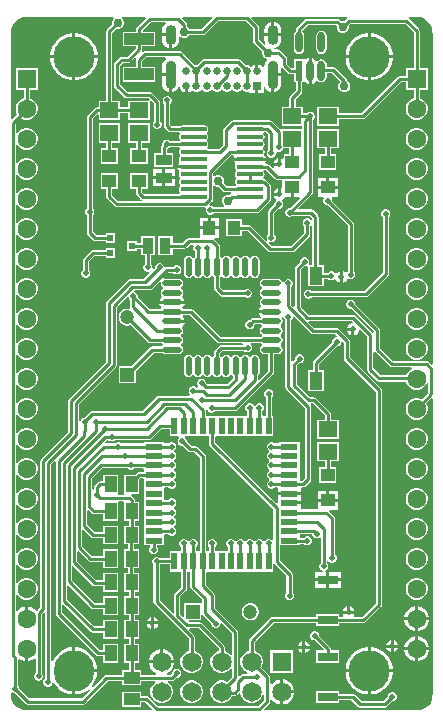
<source format=gtl>
G04*
G04 #@! TF.GenerationSoftware,Altium Limited,Altium Designer,21.0.9 (235)*
G04*
G04 Layer_Physical_Order=1*
G04 Layer_Color=255*
%FSLAX25Y25*%
%MOIN*%
G70*
G04*
G04 #@! TF.SameCoordinates,E5CA4AE1-0186-4FD9-A07E-2EFFEE8FE40E*
G04*
G04*
G04 #@! TF.FilePolarity,Positive*
G04*
G01*
G75*
%ADD12C,0.01000*%
%ADD18R,0.06693X0.03150*%
%ADD19R,0.05315X0.03937*%
%ADD20R,0.06102X0.05512*%
%ADD21R,0.04724X0.04331*%
%ADD22R,0.04331X0.04724*%
%ADD23R,0.09843X0.03937*%
G04:AMPARAMS|DCode=24|XSize=88.58mil|YSize=15.75mil|CornerRadius=7.87mil|HoleSize=0mil|Usage=FLASHONLY|Rotation=0.000|XOffset=0mil|YOffset=0mil|HoleType=Round|Shape=RoundedRectangle|*
%AMROUNDEDRECTD24*
21,1,0.08858,0.00000,0,0,0.0*
21,1,0.07284,0.01575,0,0,0.0*
1,1,0.01575,0.03642,0.00000*
1,1,0.01575,-0.03642,0.00000*
1,1,0.01575,-0.03642,0.00000*
1,1,0.01575,0.03642,0.00000*
%
%ADD24ROUNDEDRECTD24*%
%ADD25R,0.04331X0.05906*%
%ADD26R,0.05315X0.03740*%
G04:AMPARAMS|DCode=27|XSize=67.21mil|YSize=24.25mil|CornerRadius=12.12mil|HoleSize=0mil|Usage=FLASHONLY|Rotation=90.000|XOffset=0mil|YOffset=0mil|HoleType=Round|Shape=RoundedRectangle|*
%AMROUNDEDRECTD27*
21,1,0.06721,0.00000,0,0,90.0*
21,1,0.04296,0.02425,0,0,90.0*
1,1,0.02425,0.00000,0.02148*
1,1,0.02425,0.00000,-0.02148*
1,1,0.02425,0.00000,-0.02148*
1,1,0.02425,0.00000,0.02148*
%
%ADD27ROUNDEDRECTD27*%
%ADD28R,0.02425X0.06721*%
%ADD29R,0.03740X0.05315*%
%ADD30R,0.02000X0.05800*%
%ADD31R,0.05800X0.02000*%
%ADD32R,0.03937X0.05315*%
%ADD33O,0.06496X0.02165*%
%ADD34O,0.02165X0.06496*%
%ADD39R,0.02165X0.02362*%
%ADD50C,0.02559*%
%ADD51R,0.02559X0.02559*%
G04:AMPARAMS|DCode=52|XSize=35.43mil|YSize=94.49mil|CornerRadius=17.72mil|HoleSize=0mil|Usage=FLASHONLY|Rotation=180.000|XOffset=0mil|YOffset=0mil|HoleType=Round|Shape=RoundedRectangle|*
%AMROUNDEDRECTD52*
21,1,0.03543,0.05906,0,0,180.0*
21,1,0.00000,0.09449,0,0,180.0*
1,1,0.03543,0.00000,0.02953*
1,1,0.03543,0.00000,0.02953*
1,1,0.03543,0.00000,-0.02953*
1,1,0.03543,0.00000,-0.02953*
%
%ADD52ROUNDEDRECTD52*%
G04:AMPARAMS|DCode=53|XSize=35.43mil|YSize=66.93mil|CornerRadius=17.72mil|HoleSize=0mil|Usage=FLASHONLY|Rotation=180.000|XOffset=0mil|YOffset=0mil|HoleType=Round|Shape=RoundedRectangle|*
%AMROUNDEDRECTD53*
21,1,0.03543,0.03150,0,0,180.0*
21,1,0.00000,0.06693,0,0,180.0*
1,1,0.03543,0.00000,0.01575*
1,1,0.03543,0.00000,0.01575*
1,1,0.03543,0.00000,-0.01575*
1,1,0.03543,0.00000,-0.01575*
%
%ADD53ROUNDEDRECTD53*%
%ADD60R,0.04724X0.04724*%
%ADD61C,0.04724*%
%ADD62R,0.04724X0.04724*%
%ADD63C,0.13780*%
%ADD64O,0.13386X0.13780*%
%ADD65C,0.06299*%
%ADD66R,0.06299X0.06299*%
%ADD67C,0.06496*%
%ADD68R,0.06496X0.06496*%
%ADD69C,0.02000*%
%ADD70C,0.03000*%
G36*
X137795Y233704D02*
Y233704D01*
X138287Y233683D01*
X139193Y233564D01*
X140496Y233025D01*
X141615Y232166D01*
X142473Y231047D01*
X143013Y229745D01*
X143132Y228838D01*
X143152Y228346D01*
X143152Y228346D01*
X143152Y227854D01*
X143152Y117998D01*
X142691Y117806D01*
X141863Y118634D01*
X141532Y118855D01*
X141142Y118933D01*
X129950D01*
X125626Y123257D01*
Y129331D01*
X125548Y129721D01*
X125327Y130052D01*
X117445Y137934D01*
Y138291D01*
X117217Y138842D01*
X116795Y139264D01*
X116243Y139492D01*
X115647D01*
X115095Y139264D01*
X114673Y138842D01*
X114445Y138291D01*
Y137694D01*
X114673Y137143D01*
X115095Y136721D01*
X115647Y136492D01*
X116003D01*
X123497Y128998D01*
X123469Y128639D01*
X122965Y128477D01*
X117256Y134186D01*
X116926Y134406D01*
X116535Y134484D01*
X101800D01*
X99248Y137037D01*
Y149381D01*
X100434Y150567D01*
X100791D01*
X101165Y150722D01*
X101607Y150496D01*
X101665Y150429D01*
Y143988D01*
X106996D01*
Y146421D01*
X108347D01*
X108599Y146169D01*
X109151Y145941D01*
X109747D01*
X110299Y146169D01*
X110408Y146279D01*
X110997Y146161D01*
X111100Y145914D01*
X111662Y145352D01*
X112295Y145090D01*
Y147047D01*
Y149005D01*
X111662Y148743D01*
X111247Y148327D01*
X110819Y148297D01*
X110639Y148372D01*
X110299Y148713D01*
X109747Y148941D01*
X109151D01*
X108599Y148713D01*
X108347Y148460D01*
X106996D01*
Y150894D01*
X105153D01*
Y167126D01*
X105076Y167516D01*
X104855Y167847D01*
X103477Y169225D01*
X103146Y169446D01*
X102756Y169524D01*
X98587D01*
X98396Y169985D01*
X103083Y174673D01*
X103304Y175004D01*
X103382Y175394D01*
Y199489D01*
X103634Y199741D01*
X103862Y200292D01*
Y200889D01*
X103634Y201440D01*
X103212Y201862D01*
X102661Y202091D01*
X102064D01*
X101513Y201862D01*
X101260Y201610D01*
X100008D01*
Y203846D01*
X97476D01*
Y206271D01*
X99343Y208137D01*
X99564Y208468D01*
X99642Y208858D01*
Y211885D01*
X100334D01*
X100334Y211885D01*
X100834Y211958D01*
X101499Y211514D01*
X101862Y211441D01*
Y215746D01*
Y220050D01*
X101499Y219978D01*
X100834Y219534D01*
X100334Y219606D01*
Y219606D01*
X96910D01*
Y216768D01*
X96092D01*
X94720Y218139D01*
Y219882D01*
X94643Y220272D01*
X94422Y220603D01*
X92453Y222571D01*
X92123Y222792D01*
X91732Y222870D01*
X90225D01*
X90193Y223359D01*
X90203Y223371D01*
X90586Y223422D01*
X91260Y223701D01*
X91839Y224145D01*
X92283Y224724D01*
X92563Y225398D01*
X92658Y226122D01*
Y227197D01*
X89862D01*
X87067D01*
Y226122D01*
X87162Y225398D01*
X87441Y224724D01*
X87038Y224443D01*
X85272Y226210D01*
Y230315D01*
X85194Y230705D01*
X84973Y231036D01*
X82767Y233242D01*
X82959Y233704D01*
X114485D01*
X114637Y233204D01*
X114633Y233201D01*
X113700Y232268D01*
X113587Y232315D01*
X112791D01*
X112678Y232268D01*
X112138Y232808D01*
X111808Y233029D01*
X111417Y233106D01*
X101181D01*
X100791Y233029D01*
X100460Y232808D01*
X97901Y230248D01*
X97680Y229918D01*
X97602Y229528D01*
Y228725D01*
X97388Y228582D01*
X97009Y228015D01*
X96876Y227347D01*
Y223051D01*
X97009Y222383D01*
X97388Y221816D01*
X97954Y221438D01*
X98622Y221305D01*
X99290Y221438D01*
X99857Y221816D01*
X100235Y222383D01*
X100368Y223051D01*
Y227347D01*
X100235Y228015D01*
X99857Y228582D01*
X99752Y228651D01*
X99718Y229181D01*
X101603Y231067D01*
X110824D01*
X111189Y230713D01*
Y229917D01*
X111494Y229182D01*
X112056Y228619D01*
X112791Y228315D01*
X113587D01*
X114322Y228619D01*
X114884Y229182D01*
X115189Y229917D01*
Y230713D01*
X115142Y230826D01*
X115777Y231461D01*
X134027D01*
X136815Y228672D01*
Y216760D01*
X134185D01*
Y214130D01*
X132402D01*
X132011Y214052D01*
X131681Y213831D01*
X119459Y201610D01*
X111819D01*
Y203846D01*
X104717D01*
Y197335D01*
X111819D01*
Y199571D01*
X119882D01*
X120272Y199649D01*
X120603Y199870D01*
X132824Y212091D01*
X134185D01*
Y209461D01*
X136815D01*
Y206615D01*
X136426Y206511D01*
X135594Y206031D01*
X134914Y205351D01*
X134434Y204519D01*
X134185Y203591D01*
Y202630D01*
X134434Y201701D01*
X134914Y200869D01*
X135594Y200190D01*
X136426Y199709D01*
X137354Y199461D01*
X138315D01*
X139243Y199709D01*
X140076Y200190D01*
X140755Y200869D01*
X141235Y201701D01*
X141484Y202630D01*
Y203591D01*
X141235Y204519D01*
X140755Y205351D01*
X140076Y206031D01*
X139243Y206511D01*
X138854Y206615D01*
Y209461D01*
X141484D01*
Y216760D01*
X138854D01*
Y229095D01*
X138777Y229485D01*
X138556Y229815D01*
X135170Y233201D01*
X135166Y233204D01*
X135318Y233704D01*
X137302D01*
X137795Y233704D01*
D02*
G37*
G36*
X69792Y233242D02*
X66310Y229760D01*
X62176D01*
X62129Y229873D01*
X61566Y230436D01*
X61453Y230483D01*
Y231102D01*
X61375Y231492D01*
X61154Y231823D01*
X59736Y233242D01*
X59927Y233704D01*
X69600D01*
X69792Y233242D01*
D02*
G37*
G36*
X47548D02*
X44653Y230347D01*
X44432Y230016D01*
X44354Y229626D01*
Y228847D01*
X39854D01*
Y223909D01*
X44305D01*
Y223306D01*
X41507Y220508D01*
X39567D01*
X39177Y220430D01*
X38846Y220209D01*
X37271Y218634D01*
X37050Y218304D01*
X36972Y217913D01*
Y210827D01*
X37050Y210437D01*
X37271Y210106D01*
X40421Y206956D01*
X40751Y206735D01*
X41142Y206658D01*
X48593D01*
X49013Y206238D01*
X48729Y205815D01*
X41724D01*
Y203579D01*
X38984D01*
Y205815D01*
X36453D01*
Y228515D01*
X37678Y229740D01*
X37791Y229693D01*
X38587D01*
X39322Y229997D01*
X39884Y230560D01*
X40189Y231295D01*
Y232091D01*
X39884Y232826D01*
X39507Y233204D01*
X39714Y233704D01*
X47356D01*
X47548Y233242D01*
D02*
G37*
G36*
X83232Y229893D02*
Y225787D01*
X83310Y225397D01*
X83531Y225066D01*
X86236Y222361D01*
X86189Y222248D01*
Y221453D01*
X86493Y220718D01*
X87056Y220155D01*
X87769Y219860D01*
X87821Y219741D01*
X87926Y219350D01*
X87885Y219319D01*
X87441Y218740D01*
X87162Y218066D01*
X87067Y217342D01*
Y217027D01*
X86567Y216928D01*
X86480Y217138D01*
X85839Y217779D01*
X85047Y218107D01*
Y215846D01*
X84047D01*
Y218107D01*
X83256Y217779D01*
X82615Y217138D01*
X82223Y217345D01*
X82209Y217355D01*
X82209Y217355D01*
X81555Y217626D01*
X80863D01*
X79067Y219422D01*
X78737Y219643D01*
X78347Y219720D01*
X67126D01*
X66736Y219643D01*
X66405Y219422D01*
X64609Y217626D01*
X64131D01*
X59776Y221981D01*
X59445Y222202D01*
X59055Y222279D01*
X47244D01*
X46854Y222202D01*
X46523Y221981D01*
X46142Y222306D01*
X46267Y222494D01*
X46344Y222884D01*
Y223909D01*
X50697D01*
Y228847D01*
X46738D01*
X46536Y229346D01*
X49241Y232051D01*
X54055D01*
X54225Y231551D01*
X53830Y231248D01*
X53386Y230669D01*
X53107Y229995D01*
X53012Y229272D01*
Y228197D01*
X55807D01*
Y227697D01*
X56307D01*
Y223392D01*
X56531Y223422D01*
X57205Y223701D01*
X57784Y224145D01*
X58228Y224724D01*
X58507Y225398D01*
X58603Y226122D01*
Y227035D01*
X59103Y227242D01*
X59300Y227045D01*
X60035Y226740D01*
X60831D01*
X61566Y227045D01*
X62129Y227607D01*
X62176Y227721D01*
X66732D01*
X67123Y227798D01*
X67453Y228019D01*
X71666Y232232D01*
X80893D01*
X83232Y229893D01*
D02*
G37*
G36*
X36871Y233204D02*
X36494Y232826D01*
X36189Y232091D01*
Y231295D01*
X36236Y231182D01*
X34712Y229658D01*
X34491Y229327D01*
X34413Y228937D01*
Y205815D01*
X31882D01*
Y203579D01*
X31299D01*
X30909Y203501D01*
X30578Y203280D01*
X28216Y200918D01*
X27995Y200587D01*
X27917Y200197D01*
Y169802D01*
X27665Y169551D01*
X27437Y168999D01*
Y168402D01*
X27665Y167851D01*
X27917Y167599D01*
Y161811D01*
X27995Y161421D01*
X28216Y161090D01*
X29988Y159318D01*
X30318Y159097D01*
X30709Y159020D01*
X34146D01*
Y158358D01*
X37311D01*
Y161721D01*
X34146D01*
Y161059D01*
X31131D01*
X29957Y162233D01*
Y167599D01*
X30209Y167851D01*
X30437Y168402D01*
Y168999D01*
X30209Y169551D01*
X29957Y169802D01*
Y199775D01*
X31382Y201200D01*
X31882Y200993D01*
Y199303D01*
X38984D01*
Y201539D01*
X41724D01*
Y199303D01*
X48827D01*
Y205717D01*
X49250Y206001D01*
X50358Y204893D01*
Y198936D01*
X50106Y198684D01*
X49878Y198133D01*
Y197536D01*
X50106Y196985D01*
X50528Y196563D01*
X51080Y196335D01*
X51676D01*
X52228Y196563D01*
X52650Y196985D01*
X52878Y197536D01*
Y198133D01*
X52650Y198684D01*
X52398Y198936D01*
Y205315D01*
X52320Y205705D01*
X52099Y206036D01*
X49737Y208398D01*
X49406Y208619D01*
X49016Y208697D01*
X41564D01*
X39012Y211249D01*
Y217491D01*
X39989Y218469D01*
X41929D01*
X42319Y218546D01*
X42650Y218767D01*
X44070Y220187D01*
X44459Y219869D01*
X44334Y219682D01*
X44256Y219291D01*
Y217035D01*
X39854D01*
Y212098D01*
X50697D01*
Y217035D01*
X46295D01*
Y218869D01*
X47666Y220240D01*
X54128D01*
X54382Y219793D01*
X54379Y219740D01*
X53830Y219319D01*
X53386Y218740D01*
X53107Y218066D01*
X53012Y217342D01*
Y214890D01*
X55807D01*
Y214390D01*
X56307D01*
Y208707D01*
X56531Y208737D01*
X57205Y209016D01*
X57784Y209460D01*
X58228Y210039D01*
X58342Y210315D01*
X58842Y210216D01*
Y210078D01*
X59190Y209240D01*
X59831Y208599D01*
X60622Y208271D01*
Y210531D01*
X61622D01*
Y208271D01*
X62413Y208599D01*
X63055Y209240D01*
X63446Y209033D01*
X63460Y209023D01*
X63460Y209023D01*
X64114Y208752D01*
X64823D01*
X65477Y209023D01*
X65827Y209374D01*
X66142Y209472D01*
X66456Y209374D01*
X66807Y209023D01*
X67461Y208752D01*
X68169D01*
X68823Y209023D01*
X69174Y209374D01*
X69488Y209472D01*
X69803Y209374D01*
X70153Y209023D01*
X70807Y208752D01*
X71515D01*
X72169Y209023D01*
X72520Y209374D01*
X72835Y209472D01*
X73149Y209374D01*
X73500Y209023D01*
X74154Y208752D01*
X74862D01*
X75516Y209023D01*
X75867Y209374D01*
X76181Y209472D01*
X76496Y209374D01*
X76846Y209023D01*
X77500Y208752D01*
X78208D01*
X78862Y209023D01*
X79213Y209374D01*
X79528Y209472D01*
X79842Y209374D01*
X80193Y209023D01*
X80847Y208752D01*
X81555D01*
X81768Y208840D01*
X82268Y208506D01*
Y208252D01*
X84047D01*
Y210531D01*
X85047D01*
Y208252D01*
X86827D01*
Y210216D01*
X87327Y210315D01*
X87441Y210039D01*
X87885Y209460D01*
X88464Y209016D01*
X89139Y208737D01*
X89362Y208707D01*
Y214390D01*
X89862D01*
Y214890D01*
X92658D01*
Y216611D01*
X93158Y216818D01*
X94948Y215027D01*
X95279Y214806D01*
X95669Y214728D01*
X96910D01*
Y211885D01*
X97602D01*
Y209281D01*
X95736Y207414D01*
X95515Y207083D01*
X95437Y206693D01*
Y203846D01*
X92905D01*
Y197335D01*
X99768D01*
Y196366D01*
X92905D01*
Y196366D01*
X92405Y196241D01*
X89697Y198949D01*
X89367Y199170D01*
X88976Y199248D01*
X76772D01*
X76381Y199170D01*
X76051Y198949D01*
X73689Y196587D01*
X73467Y196256D01*
X73390Y195866D01*
Y191170D01*
X72028Y189809D01*
X68259D01*
X68006Y190259D01*
X68023Y190340D01*
X68054Y190361D01*
X68339Y190787D01*
X68439Y191289D01*
X68339Y191792D01*
X68054Y192218D01*
X68023Y192239D01*
Y192840D01*
X68054Y192861D01*
X68339Y193287D01*
X68439Y193789D01*
X68339Y194292D01*
X68054Y194718D01*
X68023Y194739D01*
Y195340D01*
X68054Y195361D01*
X68339Y195787D01*
X68439Y196289D01*
X68339Y196792D01*
X68054Y197218D01*
X67628Y197502D01*
X67126Y197602D01*
X59842D01*
X59340Y197502D01*
X59051Y197309D01*
X56102D01*
X55744Y197666D01*
Y204804D01*
X55996Y205056D01*
X56224Y205607D01*
Y206204D01*
X55996Y206755D01*
X55574Y207177D01*
X55023Y207405D01*
X54426D01*
X53875Y207177D01*
X53453Y206755D01*
X53224Y206204D01*
Y205607D01*
X53453Y205056D01*
X53705Y204804D01*
Y197244D01*
X53782Y196854D01*
X54003Y196523D01*
X54958Y195568D01*
X55289Y195347D01*
X55679Y195270D01*
X58710D01*
X58962Y194820D01*
X58946Y194739D01*
X58914Y194718D01*
X58630Y194292D01*
X58530Y193789D01*
X58630Y193287D01*
X58914Y192861D01*
X58946Y192840D01*
X58962Y192759D01*
X58710Y192309D01*
X55580D01*
X55328Y192561D01*
X54777Y192789D01*
X54180D01*
X53629Y192561D01*
X53207Y192139D01*
X52978Y191588D01*
Y191231D01*
X52822Y191075D01*
X52601Y190744D01*
X52524Y190354D01*
Y188394D01*
X50386D01*
Y183653D01*
X56701D01*
Y188394D01*
X54563D01*
Y189789D01*
X54777D01*
X55328Y190018D01*
X55580Y190270D01*
X58710D01*
X58962Y189820D01*
X58946Y189739D01*
X58914Y189717D01*
X58630Y189292D01*
X58530Y188789D01*
X58630Y188287D01*
X58914Y187861D01*
X58946Y187840D01*
Y187239D01*
X58914Y187217D01*
X58630Y186792D01*
X58530Y186289D01*
X58630Y185787D01*
X58656Y185748D01*
X58554Y185078D01*
X58159Y184487D01*
X58120Y184289D01*
X63484D01*
Y183289D01*
X58120D01*
X58159Y183092D01*
X58554Y182501D01*
X58656Y181831D01*
X58630Y181792D01*
X58530Y181289D01*
X58630Y180787D01*
X58914Y180361D01*
X58946Y180340D01*
Y179739D01*
X58914Y179718D01*
X58630Y179292D01*
X58530Y178789D01*
X58630Y178287D01*
X58914Y177861D01*
X58946Y177840D01*
Y177239D01*
X58914Y177217D01*
X58630Y176792D01*
X58530Y176289D01*
X58630Y175787D01*
X58914Y175361D01*
X58946Y175340D01*
X58962Y175259D01*
X58710Y174809D01*
X46909D01*
X46295Y175422D01*
Y176272D01*
X48138D01*
Y181602D01*
X42413D01*
Y176272D01*
X44256D01*
Y175000D01*
X44334Y174610D01*
X44555Y174279D01*
X45765Y173068D01*
X46096Y172847D01*
X46438Y172779D01*
X46389Y172279D01*
X38414D01*
X36453Y174241D01*
Y176272D01*
X38295D01*
Y181602D01*
X32571D01*
Y176272D01*
X34413D01*
Y173819D01*
X34491Y173429D01*
X34712Y173098D01*
X37271Y170539D01*
X37602Y170318D01*
X37992Y170240D01*
X67323D01*
X67682Y169802D01*
X67594Y169590D01*
Y168993D01*
X67823Y168442D01*
X68245Y168020D01*
X68796Y167791D01*
X69393D01*
X69944Y168020D01*
X70196Y168272D01*
X84646D01*
X85036Y168349D01*
X85367Y168570D01*
X89107Y172310D01*
X89328Y172641D01*
X89405Y173031D01*
Y177362D01*
X89328Y177752D01*
X89107Y178083D01*
X87680Y179510D01*
X87349Y179731D01*
X86959Y179809D01*
X86707Y180259D01*
X86723Y180340D01*
X86755Y180361D01*
X87040Y180787D01*
X87139Y181289D01*
X87040Y181792D01*
X86755Y182218D01*
X86723Y182239D01*
X86707Y182320D01*
X86959Y182770D01*
X87639D01*
X90618Y179791D01*
X90948Y179570D01*
X91339Y179492D01*
X93094D01*
Y176820D01*
X92679Y176542D01*
X92626Y176564D01*
Y174606D01*
X92126D01*
Y174106D01*
X90168D01*
X90430Y173473D01*
X90904Y173000D01*
X90981Y172794D01*
X90940Y172392D01*
X90658Y172109D01*
X90429Y171558D01*
Y171202D01*
X88649Y169422D01*
X88428Y169091D01*
X88350Y168701D01*
Y161141D01*
X88098Y160889D01*
X87870Y160338D01*
Y159741D01*
X88002Y159423D01*
X87578Y159140D01*
X82611Y164107D01*
X82280Y164328D01*
X81890Y164405D01*
X79634D01*
Y166248D01*
X74303D01*
Y160524D01*
X79634D01*
Y162366D01*
X81467D01*
X88255Y155578D01*
X88586Y155357D01*
X88976Y155280D01*
X96457D01*
X96847Y155357D01*
X97178Y155578D01*
X102099Y160500D01*
X102320Y160830D01*
X102398Y161221D01*
Y163865D01*
X102614Y164086D01*
X102844Y164043D01*
X103114Y163858D01*
Y150894D01*
X102130D01*
X102063Y150952D01*
X101837Y151394D01*
X101992Y151769D01*
Y152365D01*
X101764Y152917D01*
X101342Y153339D01*
X100791Y153567D01*
X100194D01*
X99642Y153339D01*
X99221Y152917D01*
X98992Y152365D01*
Y152009D01*
X97507Y150524D01*
X97286Y150193D01*
X97209Y149803D01*
Y137224D01*
X96709Y137017D01*
X96098Y137627D01*
Y143780D01*
X96350Y144032D01*
X96579Y144583D01*
Y145180D01*
X96350Y145732D01*
X95928Y146153D01*
X95377Y146382D01*
X94780D01*
X94229Y146153D01*
X93807Y145732D01*
X93593Y145214D01*
X93558Y145202D01*
X93052Y145370D01*
X93026Y145499D01*
X92677Y146023D01*
X92153Y146373D01*
X91536Y146496D01*
X87205D01*
X86587Y146373D01*
X86064Y146023D01*
X85714Y145499D01*
X85591Y144882D01*
X85714Y144264D01*
X86064Y143741D01*
X86263Y143608D01*
Y143006D01*
X86064Y142873D01*
X85714Y142350D01*
X85591Y141732D01*
X85714Y141115D01*
X86064Y140591D01*
X86263Y140458D01*
Y139857D01*
X86064Y139724D01*
X85714Y139200D01*
X85591Y138583D01*
X85714Y137965D01*
X85909Y137673D01*
X85847Y137031D01*
X85703Y136935D01*
X85243Y136246D01*
X85181Y135933D01*
X89370D01*
Y134933D01*
X85181D01*
X85243Y134620D01*
X85703Y133932D01*
X85847Y133835D01*
X85869Y133751D01*
X85617Y133303D01*
X83465D01*
X83074Y133226D01*
X82744Y133004D01*
X82341Y132602D01*
X81985D01*
X81434Y132374D01*
X81012Y131952D01*
X80783Y131401D01*
Y130804D01*
X81012Y130253D01*
X81434Y129831D01*
X81985Y129602D01*
X82582D01*
X83133Y129831D01*
X83555Y130253D01*
X83784Y130804D01*
Y131160D01*
X83887Y131264D01*
X85983D01*
X86064Y131142D01*
X86263Y131009D01*
Y130408D01*
X86064Y130275D01*
X85714Y129751D01*
X85591Y129134D01*
X85714Y128516D01*
X86064Y127993D01*
X86263Y127860D01*
Y127388D01*
X85868Y127004D01*
X72470D01*
X63319Y136154D01*
X62989Y136375D01*
X62598Y136453D01*
X60053D01*
X59801Y136901D01*
X59822Y136985D01*
X59966Y137081D01*
X60426Y137770D01*
X60489Y138083D01*
X56299D01*
X52110D01*
X52172Y137770D01*
X52632Y137081D01*
X52776Y136985D01*
X52798Y136901D01*
X52546Y136453D01*
X48847D01*
X44807Y140493D01*
Y140849D01*
X44579Y141401D01*
X44157Y141823D01*
X43967Y141902D01*
X43776Y142513D01*
X43889Y142681D01*
X48819D01*
X49209Y142759D01*
X49540Y142980D01*
X52152Y145591D01*
X52612Y145345D01*
X52520Y144882D01*
X52643Y144264D01*
X52993Y143741D01*
X53192Y143608D01*
Y143006D01*
X52993Y142873D01*
X52643Y142350D01*
X52520Y141732D01*
X52643Y141115D01*
X52838Y140823D01*
X52776Y140180D01*
X52632Y140084D01*
X52172Y139395D01*
X52110Y139083D01*
X56299D01*
X60489D01*
X60426Y139395D01*
X59966Y140084D01*
X59822Y140180D01*
X59760Y140823D01*
X59955Y141115D01*
X60078Y141732D01*
X59955Y142350D01*
X59606Y142873D01*
X59406Y143006D01*
Y143608D01*
X59606Y143741D01*
X59955Y144264D01*
X60078Y144882D01*
X59955Y145499D01*
X59606Y146023D01*
X59082Y146373D01*
X58465Y146496D01*
X54134D01*
X53671Y146403D01*
X53424Y146864D01*
X54950Y148390D01*
X56772D01*
X57024Y148138D01*
X57576Y147909D01*
X58172D01*
X58724Y148138D01*
X59146Y148560D01*
X59374Y149111D01*
Y149708D01*
X59146Y150259D01*
X58724Y150681D01*
X58172Y150909D01*
X57576D01*
X57024Y150681D01*
X56772Y150429D01*
X54528D01*
X54165Y150357D01*
X54122Y150356D01*
X54081Y150369D01*
X53619Y150607D01*
X53437Y151047D01*
X53015Y151469D01*
X52464Y151697D01*
X51867D01*
X51316Y151469D01*
X50894Y151047D01*
X50665Y150495D01*
Y150139D01*
X50160Y149633D01*
X49759Y149880D01*
X49728Y149909D01*
Y150495D01*
X49500Y151047D01*
X49248Y151299D01*
Y154323D01*
X50598D01*
Y160638D01*
X45858D01*
Y158500D01*
X44594D01*
Y159161D01*
X41429D01*
Y155799D01*
X44594D01*
Y156461D01*
X45858D01*
Y154323D01*
X47209D01*
Y151299D01*
X46957Y151047D01*
X46728Y150495D01*
Y149899D01*
X46957Y149347D01*
X47379Y148925D01*
X47930Y148697D01*
X48516D01*
X48545Y148667D01*
X48792Y148266D01*
X46822Y146295D01*
X42323D01*
X41933Y146218D01*
X41602Y145997D01*
X34515Y138910D01*
X34294Y138579D01*
X34217Y138189D01*
Y118729D01*
X21992Y106504D01*
X21771Y106174D01*
X21693Y105783D01*
Y95379D01*
X12740Y86426D01*
X12519Y86095D01*
X12441Y85705D01*
Y36914D01*
X11501Y35975D01*
X11250Y35745D01*
X10828Y35985D01*
X10383Y36431D01*
X9436Y36977D01*
X8381Y37260D01*
X8335D01*
Y33110D01*
X7335D01*
Y37260D01*
X7288D01*
X6233Y36977D01*
X5287Y36431D01*
X4669Y35813D01*
X4169Y36020D01*
Y41160D01*
X4669Y41294D01*
X4914Y40869D01*
X5594Y40190D01*
X6426Y39709D01*
X7354Y39461D01*
X8315D01*
X9243Y39709D01*
X10076Y40190D01*
X10755Y40869D01*
X11236Y41701D01*
X11484Y42630D01*
Y43591D01*
X11236Y44519D01*
X10755Y45351D01*
X10076Y46031D01*
X9243Y46511D01*
X8315Y46760D01*
X7354D01*
X6426Y46511D01*
X5594Y46031D01*
X4914Y45351D01*
X4669Y44927D01*
X4169Y45061D01*
Y51160D01*
X4669Y51294D01*
X4914Y50869D01*
X5594Y50190D01*
X6426Y49709D01*
X7354Y49461D01*
X8315D01*
X9243Y49709D01*
X10076Y50190D01*
X10755Y50869D01*
X11236Y51701D01*
X11484Y52630D01*
Y53591D01*
X11236Y54519D01*
X10755Y55351D01*
X10076Y56031D01*
X9243Y56511D01*
X8315Y56760D01*
X7354D01*
X6426Y56511D01*
X5594Y56031D01*
X4914Y55351D01*
X4669Y54927D01*
X4169Y55061D01*
Y61160D01*
X4669Y61294D01*
X4914Y60869D01*
X5594Y60190D01*
X6426Y59709D01*
X7354Y59461D01*
X8315D01*
X9243Y59709D01*
X10076Y60190D01*
X10755Y60869D01*
X11236Y61702D01*
X11484Y62630D01*
Y63591D01*
X11236Y64519D01*
X10755Y65351D01*
X10076Y66031D01*
X9243Y66511D01*
X8315Y66760D01*
X7354D01*
X6426Y66511D01*
X5594Y66031D01*
X4914Y65351D01*
X4669Y64927D01*
X4169Y65061D01*
Y71160D01*
X4669Y71294D01*
X4914Y70869D01*
X5594Y70190D01*
X6426Y69709D01*
X7354Y69461D01*
X8315D01*
X9243Y69709D01*
X10076Y70190D01*
X10755Y70869D01*
X11236Y71702D01*
X11484Y72630D01*
Y73591D01*
X11236Y74519D01*
X10755Y75351D01*
X10076Y76031D01*
X9243Y76511D01*
X8315Y76760D01*
X7354D01*
X6426Y76511D01*
X5594Y76031D01*
X4914Y75351D01*
X4669Y74927D01*
X4169Y75061D01*
Y81160D01*
X4669Y81294D01*
X4914Y80869D01*
X5594Y80190D01*
X6426Y79709D01*
X7354Y79461D01*
X8315D01*
X9243Y79709D01*
X10076Y80190D01*
X10755Y80869D01*
X11236Y81701D01*
X11484Y82630D01*
Y83591D01*
X11236Y84519D01*
X10755Y85351D01*
X10076Y86031D01*
X9243Y86511D01*
X8315Y86760D01*
X7354D01*
X6426Y86511D01*
X5594Y86031D01*
X4914Y85351D01*
X4669Y84927D01*
X4169Y85061D01*
Y91160D01*
X4669Y91294D01*
X4914Y90869D01*
X5594Y90190D01*
X6426Y89709D01*
X7354Y89461D01*
X8315D01*
X9243Y89709D01*
X10076Y90190D01*
X10755Y90869D01*
X11236Y91702D01*
X11484Y92630D01*
Y93591D01*
X11236Y94519D01*
X10755Y95351D01*
X10076Y96031D01*
X9243Y96511D01*
X8315Y96760D01*
X7354D01*
X6426Y96511D01*
X5594Y96031D01*
X4914Y95351D01*
X4669Y94927D01*
X4169Y95061D01*
Y101160D01*
X4669Y101294D01*
X4914Y100869D01*
X5594Y100190D01*
X6426Y99709D01*
X7354Y99461D01*
X8315D01*
X9243Y99709D01*
X10076Y100190D01*
X10755Y100869D01*
X11236Y101701D01*
X11484Y102630D01*
Y103591D01*
X11236Y104519D01*
X10755Y105351D01*
X10076Y106031D01*
X9243Y106511D01*
X8315Y106760D01*
X7354D01*
X6426Y106511D01*
X5594Y106031D01*
X4914Y105351D01*
X4669Y104927D01*
X4169Y105061D01*
Y111160D01*
X4669Y111294D01*
X4914Y110869D01*
X5594Y110190D01*
X6426Y109709D01*
X7354Y109461D01*
X8315D01*
X9243Y109709D01*
X10076Y110190D01*
X10755Y110869D01*
X11236Y111702D01*
X11484Y112630D01*
Y113591D01*
X11236Y114519D01*
X10755Y115351D01*
X10076Y116031D01*
X9243Y116511D01*
X8315Y116760D01*
X7354D01*
X6426Y116511D01*
X5594Y116031D01*
X4914Y115351D01*
X4669Y114927D01*
X4169Y115061D01*
Y121160D01*
X4669Y121294D01*
X4914Y120869D01*
X5594Y120190D01*
X6426Y119709D01*
X7354Y119461D01*
X8315D01*
X9243Y119709D01*
X10076Y120190D01*
X10755Y120869D01*
X11236Y121702D01*
X11484Y122630D01*
Y123591D01*
X11236Y124519D01*
X10755Y125351D01*
X10076Y126031D01*
X9243Y126511D01*
X8315Y126760D01*
X7354D01*
X6426Y126511D01*
X5594Y126031D01*
X4914Y125351D01*
X4669Y124927D01*
X4169Y125061D01*
Y131160D01*
X4669Y131294D01*
X4914Y130869D01*
X5594Y130190D01*
X6426Y129709D01*
X7354Y129461D01*
X8315D01*
X9243Y129709D01*
X10076Y130190D01*
X10755Y130869D01*
X11236Y131702D01*
X11484Y132630D01*
Y133591D01*
X11236Y134519D01*
X10755Y135351D01*
X10076Y136031D01*
X9243Y136511D01*
X8315Y136760D01*
X7354D01*
X6426Y136511D01*
X5594Y136031D01*
X4914Y135351D01*
X4669Y134927D01*
X4169Y135061D01*
Y141160D01*
X4669Y141294D01*
X4914Y140869D01*
X5594Y140190D01*
X6426Y139709D01*
X7354Y139461D01*
X8315D01*
X9243Y139709D01*
X10076Y140190D01*
X10755Y140869D01*
X11236Y141701D01*
X11484Y142630D01*
Y143591D01*
X11236Y144519D01*
X10755Y145351D01*
X10076Y146031D01*
X9243Y146511D01*
X8315Y146760D01*
X7354D01*
X6426Y146511D01*
X5594Y146031D01*
X4914Y145351D01*
X4669Y144927D01*
X4169Y145061D01*
Y151160D01*
X4669Y151294D01*
X4914Y150869D01*
X5594Y150190D01*
X6426Y149709D01*
X7354Y149461D01*
X8315D01*
X9243Y149709D01*
X10076Y150190D01*
X10755Y150869D01*
X11236Y151701D01*
X11484Y152630D01*
Y153591D01*
X11236Y154519D01*
X10755Y155351D01*
X10076Y156031D01*
X9243Y156511D01*
X8315Y156760D01*
X7354D01*
X6426Y156511D01*
X5594Y156031D01*
X4914Y155351D01*
X4669Y154927D01*
X4169Y155061D01*
Y161160D01*
X4669Y161294D01*
X4914Y160869D01*
X5594Y160190D01*
X6426Y159709D01*
X7354Y159461D01*
X8315D01*
X9243Y159709D01*
X10076Y160190D01*
X10755Y160869D01*
X11236Y161702D01*
X11484Y162630D01*
Y163591D01*
X11236Y164519D01*
X10755Y165351D01*
X10076Y166031D01*
X9243Y166511D01*
X8315Y166760D01*
X7354D01*
X6426Y166511D01*
X5594Y166031D01*
X4914Y165351D01*
X4669Y164927D01*
X4169Y165061D01*
Y171160D01*
X4669Y171294D01*
X4914Y170869D01*
X5594Y170190D01*
X6426Y169709D01*
X7354Y169461D01*
X8315D01*
X9243Y169709D01*
X10076Y170190D01*
X10755Y170869D01*
X11236Y171702D01*
X11484Y172630D01*
Y173591D01*
X11236Y174519D01*
X10755Y175351D01*
X10076Y176031D01*
X9243Y176511D01*
X8315Y176760D01*
X7354D01*
X6426Y176511D01*
X5594Y176031D01*
X4914Y175351D01*
X4669Y174927D01*
X4169Y175061D01*
Y181160D01*
X4669Y181294D01*
X4914Y180869D01*
X5594Y180190D01*
X6426Y179709D01*
X7354Y179461D01*
X8315D01*
X9243Y179709D01*
X10076Y180190D01*
X10755Y180869D01*
X11236Y181702D01*
X11484Y182630D01*
Y183591D01*
X11236Y184519D01*
X10755Y185351D01*
X10076Y186031D01*
X9243Y186511D01*
X8315Y186760D01*
X7354D01*
X6426Y186511D01*
X5594Y186031D01*
X4914Y185351D01*
X4669Y184927D01*
X4169Y185061D01*
Y191160D01*
X4669Y191294D01*
X4914Y190869D01*
X5594Y190190D01*
X6426Y189709D01*
X7354Y189461D01*
X8315D01*
X9243Y189709D01*
X10076Y190190D01*
X10755Y190869D01*
X11236Y191701D01*
X11484Y192630D01*
Y193591D01*
X11236Y194519D01*
X10755Y195351D01*
X10076Y196031D01*
X9243Y196511D01*
X8315Y196760D01*
X7354D01*
X6426Y196511D01*
X5594Y196031D01*
X4914Y195351D01*
X4669Y194927D01*
X4169Y195061D01*
Y198003D01*
X6077Y199911D01*
X6426Y199709D01*
X7354Y199461D01*
X8315D01*
X9243Y199709D01*
X10076Y200190D01*
X10755Y200869D01*
X11236Y201701D01*
X11484Y202630D01*
Y203591D01*
X11236Y204519D01*
X10755Y205351D01*
X10076Y206031D01*
X9243Y206511D01*
X8854Y206615D01*
Y209461D01*
X11484D01*
Y216760D01*
X4185D01*
Y209461D01*
X6815D01*
Y206615D01*
X6426Y206511D01*
X5594Y206031D01*
X4914Y205351D01*
X4434Y204519D01*
X4185Y203591D01*
Y202630D01*
X4434Y201701D01*
X4635Y201353D01*
X2979Y199696D01*
X2517Y199888D01*
Y228346D01*
X2490Y228481D01*
X2656Y229745D01*
X3196Y231047D01*
X4054Y232166D01*
X5173Y233025D01*
X6476Y233564D01*
X7382Y233683D01*
X7874Y233704D01*
X8374Y233704D01*
X36664D01*
X36871Y233204D01*
D02*
G37*
G36*
X88350Y194611D02*
Y189291D01*
X88098Y189039D01*
X87870Y188487D01*
Y187891D01*
X88098Y187339D01*
X88520Y186917D01*
X89072Y186689D01*
X89668D01*
X90220Y186917D01*
X90642Y187339D01*
X90870Y187891D01*
Y188487D01*
X91269Y188830D01*
X91617Y188686D01*
X92213D01*
X92765Y188915D01*
X93187Y189337D01*
X93401Y189854D01*
X95437D01*
Y187902D01*
X93594D01*
Y186659D01*
X93094Y186409D01*
X92626Y186603D01*
Y184646D01*
X92126D01*
Y184146D01*
X90168D01*
X90391Y183609D01*
X89967Y183326D01*
X88782Y184510D01*
X88451Y184731D01*
X88061Y184809D01*
X87589D01*
X87321Y185309D01*
X87511Y185592D01*
X87550Y185789D01*
X76820D01*
X76860Y185592D01*
X77255Y185001D01*
X77357Y184331D01*
X77331Y184292D01*
X77231Y183789D01*
X77331Y183287D01*
X77615Y182861D01*
X77647Y182840D01*
Y182239D01*
X77615Y182218D01*
X77331Y181792D01*
X77231Y181289D01*
X77331Y180787D01*
X77615Y180361D01*
X77647Y180340D01*
Y179739D01*
X77615Y179718D01*
X77331Y179292D01*
X77231Y178789D01*
X77331Y178287D01*
X77615Y177861D01*
X77647Y177840D01*
X77663Y177759D01*
X77411Y177309D01*
X74527D01*
X73491Y178344D01*
X73654Y178736D01*
Y179532D01*
X73349Y180267D01*
X72786Y180829D01*
X72051Y181134D01*
X71256D01*
X70521Y180829D01*
X70428Y180737D01*
X69966Y180929D01*
Y181713D01*
X76023Y187770D01*
X76781D01*
X77049Y187270D01*
X76860Y186987D01*
X76820Y186789D01*
X87550D01*
X87511Y186987D01*
X87115Y187578D01*
X87013Y188248D01*
X87040Y188287D01*
X87139Y188789D01*
X87040Y189292D01*
X86755Y189717D01*
X86723Y189739D01*
Y190340D01*
X86755Y190361D01*
X87040Y190787D01*
X87139Y191289D01*
X87040Y191792D01*
X86755Y192218D01*
X86723Y192239D01*
Y192840D01*
X86755Y192861D01*
X87040Y193287D01*
X87139Y193789D01*
X87040Y194292D01*
X86755Y194718D01*
X86723Y194739D01*
X86707Y194820D01*
X86959Y195270D01*
X87692D01*
X88350Y194611D01*
D02*
G37*
G36*
X70521Y177438D02*
X71256Y177134D01*
X71818D01*
X73383Y175568D01*
X73714Y175347D01*
X74104Y175270D01*
X75983D01*
X76033Y174770D01*
X75988Y174761D01*
X75657Y174540D01*
X75511Y174394D01*
X75398Y174441D01*
X74602D01*
X73867Y174136D01*
X73304Y173574D01*
X73000Y172839D01*
Y172043D01*
X73304Y171308D01*
X73802Y170811D01*
X73744Y170501D01*
X73648Y170311D01*
X70196D01*
X69944Y170563D01*
X69393Y170791D01*
X69003D01*
X68796Y171291D01*
X69668Y172163D01*
X69889Y172494D01*
X69966Y172884D01*
Y177339D01*
X70428Y177531D01*
X70521Y177438D01*
D02*
G37*
G36*
X96957Y173803D02*
X98676D01*
X98868Y173341D01*
X95530Y170004D01*
X95174D01*
X94623Y169776D01*
X94201Y169354D01*
X93972Y168802D01*
Y168206D01*
X94201Y167654D01*
X94623Y167232D01*
X95174Y167004D01*
X95771D01*
X96322Y167232D01*
X96574Y167484D01*
X102334D01*
X103114Y166704D01*
Y166192D01*
X102780Y166059D01*
X102614Y166042D01*
X102228Y166429D01*
X101676Y166657D01*
X101080D01*
X100528Y166429D01*
X100106Y166007D01*
X99878Y165456D01*
Y164859D01*
X100106Y164308D01*
X100358Y164056D01*
Y161643D01*
X96034Y157319D01*
X89399D01*
X88470Y158247D01*
X88753Y158671D01*
X89072Y158539D01*
X89668D01*
X90220Y158768D01*
X90642Y159190D01*
X90870Y159741D01*
Y160338D01*
X90642Y160889D01*
X90390Y161141D01*
Y168279D01*
X91871Y169760D01*
X92228D01*
X92779Y169988D01*
X93201Y170410D01*
X93429Y170961D01*
Y171558D01*
X93201Y172109D01*
X93034Y172276D01*
X93151Y172866D01*
X93259Y172911D01*
X93822Y173473D01*
X93958Y173803D01*
X95957D01*
Y176969D01*
X96957D01*
Y173803D01*
D02*
G37*
G36*
X41807Y140253D02*
X42035Y139701D01*
X42287Y139450D01*
Y137008D01*
X42321Y136840D01*
X41946Y136432D01*
X41932Y136426D01*
X41715Y136484D01*
X40962D01*
X40234Y136289D01*
X39581Y135912D01*
X39048Y135380D01*
X38671Y134727D01*
X38476Y133999D01*
Y133245D01*
X38671Y132517D01*
X39048Y131865D01*
X39581Y131332D01*
X40234Y130955D01*
X40962Y130760D01*
X41715D01*
X42443Y130955D01*
X42520Y130999D01*
X48255Y125263D01*
X48586Y125042D01*
X48976Y124965D01*
X52912D01*
X52993Y124843D01*
X53192Y124710D01*
Y124238D01*
X52797Y123854D01*
X49764D01*
X49374Y123777D01*
X49043Y123556D01*
X42759Y117272D01*
X38476D01*
Y111547D01*
X44201D01*
Y115830D01*
X50186Y121815D01*
X52912D01*
X52993Y121694D01*
X53516Y121344D01*
X54134Y121221D01*
X58465D01*
X59082Y121344D01*
X59606Y121694D01*
X59955Y122217D01*
X60078Y122835D01*
X59955Y123452D01*
X59606Y123976D01*
X59406Y124109D01*
Y124710D01*
X59606Y124843D01*
X59955Y125367D01*
X60078Y125984D01*
X59955Y126602D01*
X59606Y127125D01*
X59406Y127258D01*
Y127860D01*
X59606Y127993D01*
X59955Y128516D01*
X60078Y129134D01*
X59955Y129751D01*
X59760Y130043D01*
X59822Y130686D01*
X59966Y130782D01*
X60426Y131471D01*
X60489Y131783D01*
X56299D01*
Y132783D01*
X60489D01*
X60426Y133096D01*
X59966Y133785D01*
X59822Y133881D01*
X59801Y133965D01*
X60053Y134414D01*
X62176D01*
X71326Y125263D01*
X71657Y125042D01*
X72047Y124965D01*
X79627D01*
X79895Y124465D01*
X79881Y124445D01*
X72638D01*
X72248Y124367D01*
X71917Y124146D01*
X70539Y122768D01*
X70318Y122437D01*
X70240Y122047D01*
Y120710D01*
X70119Y120629D01*
X69986Y120430D01*
X69384D01*
X69251Y120629D01*
X68728Y120979D01*
X68110Y121102D01*
X67493Y120979D01*
X66969Y120629D01*
X66836Y120430D01*
X66235D01*
X66102Y120629D01*
X65578Y120979D01*
X64961Y121102D01*
X64343Y120979D01*
X63820Y120629D01*
X63687Y120430D01*
X63085D01*
X62952Y120629D01*
X62429Y120979D01*
X61811Y121102D01*
X61194Y120979D01*
X60670Y120629D01*
X60320Y120106D01*
X60197Y119488D01*
Y115157D01*
X60320Y114540D01*
X60670Y114016D01*
X61194Y113667D01*
X61811Y113544D01*
X62429Y113667D01*
X62952Y114016D01*
X63085Y114216D01*
X63687D01*
X63820Y114016D01*
X64343Y113667D01*
X64961Y113544D01*
X65578Y113667D01*
X66102Y114016D01*
X66235Y114216D01*
X66836D01*
X66969Y114016D01*
X67493Y113667D01*
X68110Y113544D01*
X68728Y113667D01*
X69251Y114016D01*
X69384Y114216D01*
X69986D01*
X70119Y114016D01*
X70642Y113667D01*
X71260Y113544D01*
X71877Y113667D01*
X72401Y114016D01*
X72534Y114216D01*
X73135D01*
X73268Y114016D01*
X73792Y113667D01*
X74410Y113544D01*
X75027Y113667D01*
X75551Y114016D01*
X75684Y114216D01*
X76156D01*
X76539Y113821D01*
Y113218D01*
X74578Y111256D01*
X67942D01*
X67642Y111556D01*
Y111913D01*
X67413Y112464D01*
X66991Y112886D01*
X66440Y113114D01*
X65843D01*
X65292Y112886D01*
X64870Y112464D01*
X64642Y111913D01*
Y111316D01*
X64870Y110765D01*
X64917Y110717D01*
X64726Y110213D01*
X64391Y110171D01*
X64236Y110327D01*
X63684Y110555D01*
X63087D01*
X62536Y110327D01*
X62114Y109905D01*
X61886Y109353D01*
Y108757D01*
X62114Y108205D01*
X62304Y108016D01*
X62097Y107516D01*
X51968D01*
X51578Y107438D01*
X51248Y107217D01*
X46428Y102398D01*
X29724D01*
X29334Y102320D01*
X29003Y102099D01*
X27027Y100122D01*
X26899D01*
X26347Y99894D01*
X25925Y99472D01*
X25697Y98920D01*
X25232Y99006D01*
Y104696D01*
X37532Y116996D01*
X37753Y117326D01*
X37831Y117717D01*
Y136979D01*
X41307Y140456D01*
X41807Y140253D01*
D02*
G37*
G36*
X86064Y124843D02*
X86263Y124710D01*
Y124109D01*
X86064Y123976D01*
X85714Y123452D01*
X85591Y122835D01*
X85714Y122217D01*
X86064Y121694D01*
X86587Y121344D01*
X87205Y121221D01*
X88350D01*
Y115777D01*
X85378Y112804D01*
X84878Y113011D01*
Y113935D01*
X84999Y114016D01*
X85349Y114540D01*
X85472Y115157D01*
Y119488D01*
X85349Y120106D01*
X84999Y120629D01*
X84476Y120979D01*
X83858Y121102D01*
X83241Y120979D01*
X82717Y120629D01*
X82584Y120430D01*
X81983D01*
X81850Y120629D01*
X81326Y120979D01*
X80709Y121102D01*
X80091Y120979D01*
X79568Y120629D01*
X79435Y120430D01*
X78833D01*
X78700Y120629D01*
X78177Y120979D01*
X77559Y121102D01*
X76942Y120979D01*
X76418Y120629D01*
X76285Y120430D01*
X75684D01*
X75551Y120629D01*
X75027Y120979D01*
X74410Y121102D01*
X73792Y120979D01*
X73268Y120629D01*
X73135Y120430D01*
X72663D01*
X72279Y120825D01*
Y121625D01*
X73060Y122406D01*
X80394D01*
X80646Y122154D01*
X81198Y121925D01*
X81794D01*
X82346Y122154D01*
X82768Y122575D01*
X82996Y123127D01*
Y123724D01*
X82768Y124275D01*
X82578Y124465D01*
X82785Y124965D01*
X85983D01*
X86064Y124843D01*
D02*
G37*
G36*
X128807Y117192D02*
X129137Y116971D01*
X129528Y116894D01*
X136089D01*
X136223Y116394D01*
X135594Y116031D01*
X134914Y115351D01*
X134434Y114519D01*
X134351Y114209D01*
X125816D01*
X123460Y116564D01*
Y121850D01*
X123663Y121975D01*
X123960Y122038D01*
X128807Y117192D01*
D02*
G37*
G36*
X116531Y132028D02*
X116323Y131528D01*
X116138D01*
X115402Y131223D01*
X114840Y130660D01*
X114578Y130028D01*
X116535D01*
Y129528D01*
X117035D01*
Y127570D01*
X117668Y127832D01*
X118231Y128395D01*
X118535Y129130D01*
Y129315D01*
X119035Y129523D01*
X121421Y127137D01*
Y116142D01*
X121499Y115752D01*
X121720Y115421D01*
X124673Y112468D01*
X125004Y112247D01*
X125394Y112169D01*
X134308D01*
X134434Y111702D01*
X134914Y110869D01*
X135594Y110190D01*
X136426Y109709D01*
X137354Y109461D01*
X138315D01*
X139243Y109709D01*
X140076Y110190D01*
X140755Y110869D01*
X141181Y111607D01*
X141595Y111558D01*
X141681Y111523D01*
Y108399D01*
X139592Y106310D01*
X139243Y106511D01*
X138315Y106760D01*
X137354D01*
X136426Y106511D01*
X135594Y106031D01*
X134914Y105351D01*
X134434Y104519D01*
X134185Y103591D01*
Y102630D01*
X134434Y101701D01*
X134914Y100869D01*
X135594Y100190D01*
X136426Y99709D01*
X137354Y99461D01*
X138315D01*
X139243Y99709D01*
X140076Y100190D01*
X140755Y100869D01*
X141235Y101701D01*
X141484Y102630D01*
Y103591D01*
X141235Y104519D01*
X141034Y104868D01*
X142691Y106524D01*
X143152Y106333D01*
Y8374D01*
X143152Y7874D01*
X143152Y7874D01*
X143132Y7382D01*
X143013Y6476D01*
X142473Y5173D01*
X141615Y4054D01*
X140496Y3196D01*
X139193Y2656D01*
X138287Y2537D01*
X137795Y2517D01*
X137795Y2517D01*
X137795Y2517D01*
X87092D01*
X86901Y2979D01*
X88713Y4791D01*
X88934Y5122D01*
X89012Y5512D01*
Y5987D01*
X89512Y6095D01*
X90226Y5380D01*
X91195Y4821D01*
X92275Y4532D01*
X92335D01*
Y8779D01*
Y13028D01*
X92275D01*
X91195Y12738D01*
X90226Y12179D01*
X89512Y11464D01*
X89012Y11572D01*
Y13622D01*
X88934Y14012D01*
X88713Y14343D01*
X86106Y16950D01*
X86327Y17333D01*
X86583Y18286D01*
Y19273D01*
X86327Y20226D01*
X85834Y21081D01*
X85136Y21779D01*
X84281Y22272D01*
X83854Y22387D01*
Y25326D01*
X90186Y31658D01*
X104421D01*
Y30602D01*
X112114D01*
Y31658D01*
X120079D01*
X120469Y31735D01*
X120800Y31956D01*
X125918Y37074D01*
X126139Y37405D01*
X126216Y37795D01*
Y109252D01*
X126139Y109642D01*
X125918Y109973D01*
X115586Y120304D01*
Y125591D01*
X115509Y125981D01*
X115288Y126312D01*
X111941Y129658D01*
X111611Y129879D01*
X111221Y129957D01*
X103769D01*
X101780Y131945D01*
X101988Y132445D01*
X116113D01*
X116531Y132028D01*
D02*
G37*
G36*
X93579Y133506D02*
Y133363D01*
X93807Y132812D01*
X94059Y132560D01*
Y110433D01*
X94137Y110043D01*
X94358Y109712D01*
X100752Y103318D01*
Y80147D01*
X99641Y79036D01*
X99075D01*
X98835Y79276D01*
X98835Y79903D01*
Y82203D01*
X98835Y82603D01*
X98835Y83103D01*
Y85403D01*
X98835Y85703D01*
X98835Y86203D01*
Y88503D01*
X98835Y88903D01*
X98835Y89403D01*
Y92003D01*
X92035D01*
Y91523D01*
X90544D01*
X90291Y91775D01*
X89740Y92003D01*
X89143D01*
X88592Y91775D01*
X88170Y91353D01*
X87942Y90802D01*
Y90205D01*
X88170Y89653D01*
X88592Y89231D01*
X88611Y89224D01*
Y88683D01*
X88592Y88675D01*
X88170Y88253D01*
X87942Y87701D01*
Y87105D01*
X88170Y86554D01*
X88592Y86132D01*
X88731Y86074D01*
Y85533D01*
X88592Y85475D01*
X88170Y85053D01*
X87942Y84501D01*
Y83905D01*
X88170Y83354D01*
X88592Y82932D01*
X88611Y82924D01*
Y82383D01*
X88592Y82375D01*
X88170Y81953D01*
X87942Y81401D01*
Y80805D01*
X88170Y80253D01*
X88592Y79831D01*
X88731Y79774D01*
Y79233D01*
X88592Y79175D01*
X88170Y78753D01*
X87942Y78202D01*
Y77605D01*
X88170Y77053D01*
X88592Y76631D01*
X89143Y76403D01*
X89740D01*
X90291Y76631D01*
X90544Y76884D01*
X91068D01*
X91535Y76803D01*
Y75303D01*
X95435D01*
X99335D01*
Y76803D01*
X99801Y76884D01*
X99950D01*
X100341Y76961D01*
X100671Y77182D01*
X102493Y79003D01*
X102714Y79334D01*
X102791Y79724D01*
Y103740D01*
X102714Y104130D01*
X102543Y104386D01*
X102688Y104886D01*
X103318D01*
X107248Y100956D01*
Y99516D01*
X104717D01*
Y93004D01*
X111819D01*
Y99516D01*
X109287D01*
Y101378D01*
X109210Y101768D01*
X108989Y102099D01*
X104461Y106626D01*
X104130Y106848D01*
X103740Y106925D01*
X102391D01*
X98067Y111249D01*
Y117491D01*
X98761Y118185D01*
X99117D01*
X99669Y118413D01*
X100091Y118835D01*
X100319Y119387D01*
Y119983D01*
X100091Y120535D01*
X99669Y120957D01*
X99117Y121185D01*
X98520D01*
X97969Y120957D01*
X97547Y120535D01*
X97319Y119983D01*
Y119627D01*
X96598Y118906D01*
X96098Y119114D01*
Y132560D01*
X96350Y132812D01*
X96579Y133363D01*
Y133556D01*
X97079Y133763D01*
X102626Y128216D01*
X102956Y127995D01*
X103347Y127917D01*
X110798D01*
X111322Y127394D01*
X111115Y126894D01*
X110922D01*
X110371Y126665D01*
X109949Y126243D01*
X109721Y125692D01*
Y125336D01*
X103610Y119225D01*
X103389Y118894D01*
X103311Y118504D01*
Y115854D01*
X101665D01*
Y108949D01*
X106996D01*
Y115854D01*
X105350D01*
Y118082D01*
X111162Y123894D01*
X111519D01*
X112070Y124122D01*
X112492Y124544D01*
X112721Y125095D01*
Y125288D01*
X113221Y125495D01*
X113547Y125168D01*
Y119882D01*
X113625Y119492D01*
X113846Y119161D01*
X124177Y108830D01*
Y38218D01*
X119656Y33697D01*
X117100D01*
X116892Y34197D01*
X117115Y34736D01*
X113200D01*
X113423Y34197D01*
X113215Y33697D01*
X112114D01*
Y34752D01*
X104421D01*
Y33697D01*
X89764D01*
X89374Y33619D01*
X89043Y33398D01*
X82114Y26469D01*
X81893Y26138D01*
X81815Y25748D01*
Y22387D01*
X81388Y22272D01*
X80533Y21779D01*
X79835Y21081D01*
X79342Y20226D01*
X79087Y19273D01*
Y18286D01*
X79342Y17333D01*
X79835Y16478D01*
X80533Y15780D01*
X81388Y15287D01*
X81277Y14799D01*
X80118D01*
X79728Y14721D01*
X79397Y14501D01*
X78844Y13947D01*
X78382Y14138D01*
Y28543D01*
X78304Y28934D01*
X78083Y29264D01*
X70508Y36840D01*
Y40945D01*
X70430Y41335D01*
X70209Y41666D01*
X67554Y44321D01*
Y48450D01*
X67908Y48803D01*
X68535Y48803D01*
X70835D01*
X71235Y48803D01*
X71735Y48803D01*
X73935D01*
X74335Y48803D01*
X74835Y48803D01*
X77135D01*
X77435Y48803D01*
X77935Y48803D01*
X80235D01*
X80635Y48803D01*
X81135Y48803D01*
X83435D01*
X83735Y48803D01*
X84235Y48803D01*
X86535D01*
X86935Y48803D01*
X87435Y48803D01*
X90035D01*
Y51147D01*
X90085Y51186D01*
X90535Y51331D01*
X94453Y47412D01*
Y41850D01*
X94201Y41598D01*
X93972Y41046D01*
Y40450D01*
X94201Y39898D01*
X94623Y39476D01*
X95174Y39248D01*
X95771D01*
X96322Y39476D01*
X96744Y39898D01*
X96972Y40450D01*
Y41046D01*
X96744Y41598D01*
X96492Y41850D01*
Y47835D01*
X96414Y48225D01*
X96193Y48556D01*
X92161Y52588D01*
Y57603D01*
X98835D01*
Y58084D01*
X100326D01*
X100578Y57832D01*
X101129Y57603D01*
X101726D01*
X102277Y57832D01*
X102699Y58254D01*
X102928Y58805D01*
Y59402D01*
X102699Y59953D01*
X102277Y60375D01*
X101726Y60603D01*
X101129D01*
X100578Y60375D01*
X100326Y60123D01*
X98882D01*
X98835Y60603D01*
Y60684D01*
X98882Y61184D01*
X103028D01*
Y61119D01*
X103256Y60568D01*
X103678Y60146D01*
X104229Y59917D01*
X104826D01*
X105377Y60146D01*
X105870Y59931D01*
Y51692D01*
X105618Y51440D01*
X105390Y50889D01*
Y50292D01*
X105618Y49741D01*
X106040Y49319D01*
X106477Y49138D01*
X106378Y48638D01*
X103921D01*
Y46563D01*
X107768D01*
Y48638D01*
X107402D01*
X107302Y49138D01*
X107739Y49319D01*
X108161Y49741D01*
X108390Y50292D01*
Y50889D01*
X108161Y51440D01*
X107909Y51692D01*
Y52312D01*
X108244Y52445D01*
X108409Y52461D01*
X108796Y52075D01*
X109347Y51846D01*
X109944D01*
X110495Y52075D01*
X110917Y52497D01*
X111146Y53048D01*
Y53645D01*
X110917Y54196D01*
X110665Y54448D01*
Y66535D01*
X110588Y66926D01*
X110367Y67256D01*
X108651Y68972D01*
X108858Y69472D01*
X111630D01*
Y72138D01*
X108268D01*
X104905D01*
Y69523D01*
X99760D01*
X99335Y69703D01*
Y71203D01*
X95435D01*
Y72203D01*
X99335D01*
Y72803D01*
Y74303D01*
X95435D01*
X91535D01*
Y71781D01*
X91073Y71590D01*
X70754Y91908D01*
Y93650D01*
X71108Y94003D01*
X71735Y94003D01*
X73935D01*
X74335Y94003D01*
X74835Y94003D01*
X77135D01*
X77435Y94003D01*
X77935Y94003D01*
X80235D01*
X80635Y94003D01*
X81135Y94003D01*
X83435D01*
X83735Y94003D01*
X84235Y94003D01*
X86535D01*
X86935Y94003D01*
X87435Y94003D01*
X90035D01*
Y100803D01*
X89554D01*
Y107017D01*
X89806Y107269D01*
X90035Y107820D01*
Y108417D01*
X89806Y108969D01*
X89384Y109390D01*
X88833Y109619D01*
X88236D01*
X87685Y109390D01*
X87263Y108969D01*
X87035Y108417D01*
Y107820D01*
X87263Y107269D01*
X87515Y107017D01*
Y101157D01*
X87161Y100803D01*
X86808D01*
X86454Y101157D01*
Y102294D01*
X86706Y102546D01*
X86935Y103098D01*
Y103694D01*
X86706Y104246D01*
X86284Y104668D01*
X85733Y104896D01*
X85136D01*
X84585Y104668D01*
X84163Y104246D01*
X84105Y104106D01*
X83564D01*
X83506Y104246D01*
X83084Y104668D01*
X82533Y104896D01*
X81936D01*
X81385Y104668D01*
X80963Y104246D01*
X80735Y103694D01*
Y103098D01*
X80963Y102546D01*
X81215Y102294D01*
Y101157D01*
X80862Y100803D01*
X80235Y100803D01*
X77935D01*
X77635Y100803D01*
X77135Y100803D01*
X74835D01*
X74435Y100803D01*
X73935Y100803D01*
X71735D01*
X71335Y100803D01*
X70835Y100803D01*
X68235D01*
Y100803D01*
X68055D01*
X67555Y100852D01*
Y102756D01*
X67543Y102816D01*
X68024Y102962D01*
X68217Y102497D01*
X68638Y102075D01*
X69190Y101847D01*
X69787D01*
X70338Y102075D01*
X70590Y102327D01*
X77362D01*
X77752Y102404D01*
X78083Y102626D01*
X90091Y114633D01*
X90312Y114964D01*
X90390Y115354D01*
Y121221D01*
X91536D01*
X92153Y121344D01*
X92677Y121694D01*
X93026Y122217D01*
X93149Y122835D01*
X93026Y123452D01*
X92677Y123976D01*
X92477Y124109D01*
Y124710D01*
X92677Y124843D01*
X93026Y125367D01*
X93149Y125984D01*
X93026Y126602D01*
X92677Y127125D01*
X92477Y127258D01*
Y127860D01*
X92677Y127993D01*
X93026Y128516D01*
X93149Y129134D01*
X93026Y129751D01*
X92677Y130275D01*
X92477Y130408D01*
Y131009D01*
X92677Y131142D01*
X93026Y131666D01*
X93149Y132283D01*
X93026Y132901D01*
X92831Y133193D01*
X92874Y133634D01*
X93079Y133772D01*
X93579Y133506D01*
D02*
G37*
G36*
X68035Y94003D02*
X68215D01*
X68715Y93956D01*
Y91486D01*
X68793Y91096D01*
X69014Y90765D01*
X90122Y69656D01*
Y59437D01*
X89622Y59230D01*
X89384Y59468D01*
X88833Y59696D01*
X88236D01*
X87685Y59468D01*
X87263Y59046D01*
X87255Y59027D01*
X86714D01*
X86706Y59046D01*
X86284Y59468D01*
X85733Y59696D01*
X85136D01*
X84585Y59468D01*
X84163Y59046D01*
X84105Y58906D01*
X83564D01*
X83506Y59046D01*
X83084Y59468D01*
X82533Y59696D01*
X81936D01*
X81385Y59468D01*
X80963Y59046D01*
X80955Y59027D01*
X80414D01*
X80406Y59046D01*
X79984Y59468D01*
X79433Y59696D01*
X78836D01*
X78285Y59468D01*
X77863Y59046D01*
X77805Y58906D01*
X77264D01*
X77206Y59046D01*
X76784Y59468D01*
X76233Y59696D01*
X75636D01*
X75085Y59468D01*
X74663Y59046D01*
X74435Y58494D01*
Y57898D01*
X74663Y57346D01*
X74915Y57094D01*
Y55957D01*
X74562Y55603D01*
X73935Y55603D01*
X71108Y55603D01*
X70754Y55957D01*
Y57094D01*
X71006Y57346D01*
X71235Y57898D01*
Y58494D01*
X71006Y59046D01*
X70584Y59468D01*
X70033Y59696D01*
X69436D01*
X68885Y59468D01*
X68463Y59046D01*
X68235Y58494D01*
Y57898D01*
X68463Y57346D01*
X68715Y57094D01*
Y55957D01*
X68362Y55603D01*
X67908D01*
X67554Y55957D01*
Y87205D01*
X67477Y87596D01*
X67256Y87927D01*
X64793Y90390D01*
X64462Y90610D01*
X64072Y90688D01*
X62722D01*
X61146Y92265D01*
Y92621D01*
X60917Y93173D01*
X60587Y93503D01*
X60698Y93932D01*
X60740Y94003D01*
X61735D01*
Y94003D01*
X61935D01*
Y94003D01*
X64935D01*
Y94003D01*
X65035D01*
Y94003D01*
X68035D01*
Y94003D01*
D02*
G37*
G36*
X55635Y94003D02*
X58378D01*
X58716Y93571D01*
X58714Y93512D01*
X58374Y93173D01*
X58146Y92621D01*
Y92024D01*
X58374Y91473D01*
X58796Y91051D01*
X59347Y90823D01*
X59704D01*
X61579Y88947D01*
X61910Y88727D01*
X62300Y88649D01*
X63649D01*
X65515Y86783D01*
Y55651D01*
X65035Y55603D01*
X64954D01*
X64454Y55651D01*
Y57094D01*
X64706Y57346D01*
X64935Y57898D01*
Y58494D01*
X64706Y59046D01*
X64284Y59468D01*
X63733Y59696D01*
X63136D01*
X62585Y59468D01*
X62163Y59046D01*
X62105Y58906D01*
X61564D01*
X61506Y59046D01*
X61084Y59468D01*
X60533Y59696D01*
X59936D01*
X59385Y59468D01*
X58963Y59046D01*
X58735Y58494D01*
Y57898D01*
X58963Y57346D01*
X59215Y57094D01*
Y55651D01*
X58735Y55603D01*
X58635D01*
Y55603D01*
X55635D01*
Y53223D01*
X52244D01*
X51991Y53475D01*
X51440Y53703D01*
X50843D01*
X50292Y53475D01*
X49870Y53053D01*
X49642Y52501D01*
Y51905D01*
X49870Y51354D01*
X50122Y51101D01*
Y38819D01*
X50200Y38429D01*
X50421Y38098D01*
X61815Y26704D01*
Y22387D01*
X61388Y22272D01*
X60533Y21779D01*
X59835Y21081D01*
X59342Y20226D01*
X59087Y19273D01*
Y18286D01*
X59342Y17333D01*
X59835Y16478D01*
X60533Y15780D01*
X61388Y15287D01*
X62341Y15032D01*
X63328D01*
X64281Y15287D01*
X65136Y15780D01*
X65834Y16478D01*
X66327Y17333D01*
X66583Y18286D01*
Y19273D01*
X66327Y20226D01*
X65834Y21081D01*
X65136Y21779D01*
X64281Y22272D01*
X63854Y22387D01*
Y27126D01*
X63777Y27516D01*
X63556Y27847D01*
X61979Y29424D01*
X62170Y29886D01*
X65129D01*
X71815Y23200D01*
Y22387D01*
X71388Y22272D01*
X70533Y21779D01*
X69836Y21081D01*
X69342Y20226D01*
X69087Y19273D01*
Y18286D01*
X69342Y17333D01*
X69836Y16478D01*
X70533Y15780D01*
X71388Y15287D01*
X72341Y15032D01*
X73328D01*
X74281Y15287D01*
X75136Y15780D01*
X75834Y16478D01*
X75843Y16493D01*
X76343Y16359D01*
Y13729D01*
X74664Y12051D01*
X74281Y12272D01*
X73328Y12528D01*
X72341D01*
X71388Y12272D01*
X70533Y11779D01*
X69836Y11081D01*
X69342Y10226D01*
X69087Y9273D01*
Y8286D01*
X69342Y7333D01*
X69836Y6478D01*
X70533Y5780D01*
X71388Y5287D01*
X72341Y5032D01*
X73328D01*
X74281Y5287D01*
X75136Y5780D01*
X75834Y6478D01*
X76327Y7333D01*
X76357Y7445D01*
X77165D01*
X77556Y7523D01*
X77886Y7744D01*
X78587Y8444D01*
X78963Y8325D01*
X79097Y8247D01*
X79342Y7333D01*
X79835Y6478D01*
X80533Y5780D01*
X81388Y5287D01*
X82341Y5032D01*
X83328D01*
X84281Y5287D01*
X85136Y5780D01*
X85834Y6478D01*
X86327Y7333D01*
X86472Y7875D01*
X86972Y7809D01*
Y5934D01*
X85027Y3988D01*
X51588D01*
X48359Y7217D01*
X48028Y7438D01*
X47638Y7516D01*
X46071D01*
Y8768D01*
X39756D01*
Y3831D01*
X46071D01*
Y5477D01*
X47216D01*
X49713Y2979D01*
X49522Y2517D01*
X8371D01*
X8367Y2517D01*
X7874Y2517D01*
X7382Y2537D01*
X6476Y2656D01*
X5173Y3196D01*
X4054Y4054D01*
X3196Y5173D01*
X2656Y6476D01*
X2537Y7382D01*
X2517Y7874D01*
X2517Y7874D01*
X2517Y8434D01*
X3017Y8641D01*
X3087Y8571D01*
X3639Y8343D01*
X3995D01*
X7547Y4791D01*
X7878Y4570D01*
X8268Y4492D01*
X26575D01*
X26965Y4570D01*
X27296Y4791D01*
X34871Y12366D01*
X39756D01*
Y10917D01*
X46071D01*
Y12366D01*
X50551D01*
X50685Y11866D01*
X50533Y11779D01*
X49836Y11081D01*
X49342Y10226D01*
X49087Y9273D01*
Y8286D01*
X49342Y7333D01*
X49836Y6478D01*
X50533Y5780D01*
X51388Y5287D01*
X52341Y5032D01*
X53328D01*
X54281Y5287D01*
X55136Y5780D01*
X55834Y6478D01*
X56327Y7333D01*
X56583Y8286D01*
Y9273D01*
X56327Y10226D01*
X55834Y11081D01*
X55136Y11779D01*
X54984Y11866D01*
X55118Y12366D01*
X56299D01*
X56689Y12444D01*
X57020Y12665D01*
X57816Y13461D01*
X58172D01*
X58724Y13689D01*
X59146Y14111D01*
X59374Y14662D01*
Y15259D01*
X59146Y15810D01*
X58724Y16232D01*
X58172Y16461D01*
X57576D01*
X57024Y16232D01*
X56602Y15810D01*
X56374Y15259D01*
Y14902D01*
X55877Y14405D01*
X54755D01*
X54621Y14905D01*
X55443Y15380D01*
X56234Y16171D01*
X56793Y17140D01*
X57083Y18220D01*
Y18280D01*
X52835D01*
X48587D01*
Y18220D01*
X48876Y17140D01*
X49435Y16171D01*
X50226Y15380D01*
X51049Y14905D01*
X50915Y14405D01*
X46071D01*
Y15854D01*
X43933D01*
Y18496D01*
X45382D01*
Y24811D01*
X43933D01*
Y26370D01*
X45382D01*
Y32685D01*
X43933D01*
Y34244D01*
X45382D01*
Y40559D01*
X43933D01*
Y42118D01*
X45382D01*
Y48433D01*
X43736D01*
Y49992D01*
X45382D01*
Y56307D01*
X43736D01*
Y57866D01*
X45382D01*
Y64181D01*
X44130D01*
Y65740D01*
X45382D01*
Y72055D01*
X43933D01*
Y72638D01*
X43855Y73028D01*
X43634Y73359D01*
X42847Y74146D01*
X42700Y74244D01*
X42852Y74744D01*
X45382D01*
Y79617D01*
X45848Y80084D01*
X46481D01*
X46835Y79730D01*
X46835Y79103D01*
Y76803D01*
X46835Y76403D01*
X46835Y75903D01*
Y73703D01*
X46835Y73303D01*
X46835Y72803D01*
Y70503D01*
X46835Y70203D01*
X46835Y69703D01*
Y67403D01*
X46835Y67003D01*
X46835Y66503D01*
Y64203D01*
X46835Y63903D01*
X46835Y63403D01*
Y61103D01*
X46835Y60703D01*
X46835Y60203D01*
Y57603D01*
X48934D01*
X49076Y57103D01*
X48925Y56952D01*
X48697Y56401D01*
Y55804D01*
X48925Y55253D01*
X49347Y54831D01*
X49898Y54602D01*
X50495D01*
X51047Y54831D01*
X51468Y55253D01*
X51697Y55804D01*
Y56401D01*
X51468Y56952D01*
X51317Y57103D01*
X51460Y57603D01*
X53635D01*
X53635Y60830D01*
X53988Y61184D01*
X55126D01*
X55378Y60931D01*
X55929Y60703D01*
X56526D01*
X57077Y60931D01*
X57499Y61353D01*
X57728Y61905D01*
Y62502D01*
X57499Y63053D01*
X57077Y63475D01*
X56938Y63533D01*
Y64074D01*
X57077Y64131D01*
X57499Y64553D01*
X57728Y65105D01*
Y65702D01*
X57499Y66253D01*
X57077Y66675D01*
X57059Y66683D01*
Y67224D01*
X57077Y67232D01*
X57499Y67654D01*
X57728Y68205D01*
Y68801D01*
X57499Y69353D01*
X57077Y69775D01*
X56938Y69833D01*
Y70374D01*
X57077Y70432D01*
X57499Y70854D01*
X57728Y71405D01*
Y72001D01*
X57499Y72553D01*
X57077Y72975D01*
X56526Y73203D01*
X55929D01*
X55378Y72975D01*
X55126Y72723D01*
X53988D01*
X53635Y73076D01*
X53635Y73703D01*
X53635Y76530D01*
X53988Y76884D01*
X55126D01*
X55378Y76631D01*
X55929Y76403D01*
X56526D01*
X57077Y76631D01*
X57499Y77053D01*
X57728Y77605D01*
Y78202D01*
X57499Y78753D01*
X57077Y79175D01*
X56938Y79233D01*
Y79774D01*
X57077Y79831D01*
X57499Y80253D01*
X57728Y80805D01*
Y81401D01*
X57499Y81953D01*
X57077Y82375D01*
X57059Y82383D01*
Y82924D01*
X57077Y82932D01*
X57499Y83354D01*
X57728Y83905D01*
Y84501D01*
X57499Y85053D01*
X57077Y85475D01*
X56938Y85533D01*
Y86074D01*
X57077Y86132D01*
X57499Y86554D01*
X57728Y87105D01*
Y87701D01*
X57499Y88253D01*
X57077Y88675D01*
X57059Y88683D01*
Y89224D01*
X57077Y89231D01*
X57499Y89653D01*
X57728Y90205D01*
Y90802D01*
X57499Y91353D01*
X57077Y91775D01*
X56526Y92003D01*
X55929D01*
X55378Y91775D01*
X55126Y91523D01*
X53635D01*
Y92003D01*
X46835D01*
Y91523D01*
X39536D01*
X39283Y91775D01*
X38732Y92003D01*
X38135D01*
X37584Y91775D01*
X37332Y91523D01*
X34026D01*
X33819Y92023D01*
X34477Y92681D01*
X35119D01*
X35371Y92429D01*
X35922Y92201D01*
X36519D01*
X37070Y92429D01*
X37322Y92681D01*
X48622D01*
X49012Y92759D01*
X49343Y92980D01*
X52747Y96384D01*
X55635D01*
Y94003D01*
D02*
G37*
G36*
X41867Y82980D02*
X42418Y82752D01*
X43015D01*
X43566Y82980D01*
X43794Y83208D01*
X46481D01*
X46835Y82854D01*
Y82476D01*
X46481Y82123D01*
X45426D01*
X45036Y82045D01*
X44705Y81824D01*
X43940Y81059D01*
X40445D01*
Y74945D01*
X40445Y74744D01*
X40069Y74445D01*
X38671D01*
X38295Y74744D01*
Y81059D01*
X33358D01*
Y78921D01*
X32232D01*
X31842Y78844D01*
X31511Y78623D01*
X30578Y77689D01*
X30357Y77359D01*
X30280Y76968D01*
Y76024D01*
X30260Y76011D01*
X29760Y76278D01*
Y80089D01*
X32903Y83232D01*
X41615D01*
X41867Y82980D01*
D02*
G37*
G36*
X55635Y48803D02*
X58635D01*
Y48803D01*
X58715D01*
X59215Y48756D01*
Y43531D01*
X57350Y41666D01*
X57129Y41335D01*
X57051Y40945D01*
Y35005D01*
X56589Y34813D01*
X52161Y39241D01*
Y51101D01*
X52244Y51184D01*
X55635D01*
Y48803D01*
D02*
G37*
G36*
X61915Y48803D02*
X62415Y48756D01*
Y43849D01*
X62493Y43459D01*
X62714Y43128D01*
X66303Y39538D01*
Y38707D01*
X66091Y38295D01*
X60366D01*
Y33855D01*
X59904Y33664D01*
X59091Y34477D01*
Y40523D01*
X60956Y42388D01*
X61177Y42718D01*
X61254Y43109D01*
Y48756D01*
X61735Y48803D01*
X61915D01*
D02*
G37*
G36*
X66602Y34318D02*
X69366Y31554D01*
Y31198D01*
X69595Y30646D01*
X70016Y30224D01*
X70568Y29996D01*
X71165D01*
X71716Y30224D01*
X72138Y30646D01*
X72366Y31198D01*
Y31390D01*
X72866Y31597D01*
X76343Y28121D01*
Y21200D01*
X75843Y21066D01*
X75834Y21081D01*
X75136Y21779D01*
X74281Y22272D01*
X73854Y22387D01*
Y23622D01*
X73777Y24012D01*
X73556Y24343D01*
X66272Y31626D01*
X65941Y31848D01*
X65551Y31925D01*
X61924D01*
X61818Y32071D01*
X62072Y32571D01*
X66091D01*
Y34184D01*
X66590Y34335D01*
X66602Y34318D01*
D02*
G37*
G36*
X17484Y85414D02*
Y34843D01*
X17562Y34452D01*
X17783Y34122D01*
X30972Y20933D01*
X31303Y20712D01*
X31693Y20634D01*
X33358D01*
Y18496D01*
X38295D01*
Y24811D01*
X33358D01*
Y22673D01*
X32115D01*
X19523Y35265D01*
Y37776D01*
X20023Y37983D01*
X29200Y28807D01*
X29531Y28586D01*
X29921Y28508D01*
X33358D01*
Y26370D01*
X38295D01*
Y32685D01*
X33358D01*
Y30547D01*
X30344D01*
X21295Y39595D01*
Y44129D01*
X21757Y44321D01*
X29397Y36681D01*
X29728Y36460D01*
X30118Y36382D01*
X33358D01*
Y34244D01*
X38295D01*
Y40559D01*
X33358D01*
Y38421D01*
X30540D01*
X22870Y46092D01*
Y50572D01*
X23370Y50779D01*
X29791Y44358D01*
X30122Y44137D01*
X30512Y44059D01*
X33358D01*
Y42118D01*
X38295D01*
Y48433D01*
X33358D01*
Y46098D01*
X30934D01*
X24642Y52391D01*
Y55493D01*
X25142Y55700D01*
X28413Y52429D01*
X28744Y52208D01*
X29134Y52130D01*
X33358D01*
Y49992D01*
X38295D01*
Y56307D01*
X33358D01*
Y54169D01*
X29556D01*
X26413Y57312D01*
Y62633D01*
X26875Y62825D01*
X29397Y60303D01*
X29728Y60082D01*
X30118Y60004D01*
X33358D01*
Y57866D01*
X38295D01*
Y64181D01*
X33358D01*
Y62043D01*
X30540D01*
X27988Y64596D01*
Y69076D01*
X28488Y69283D01*
X29594Y68177D01*
X29925Y67956D01*
X30315Y67878D01*
X33358D01*
Y65740D01*
X38295D01*
Y72055D01*
X38650Y72406D01*
X40090D01*
X40445Y72055D01*
Y65740D01*
X42091D01*
Y64181D01*
X40445D01*
Y57866D01*
X41697D01*
Y56307D01*
X40445D01*
Y49992D01*
X41697D01*
Y48433D01*
X40445D01*
Y42118D01*
X41894D01*
Y40559D01*
X40445D01*
Y34244D01*
X41894D01*
Y32685D01*
X40445D01*
Y26370D01*
X41894D01*
Y24811D01*
X40445D01*
Y18496D01*
X41894D01*
Y15854D01*
X39756D01*
Y14405D01*
X34449D01*
X34059Y14328D01*
X33728Y14107D01*
X29866Y10245D01*
X29495Y10581D01*
X30049Y11257D01*
X30764Y12593D01*
X31204Y14043D01*
X31322Y15248D01*
X24122D01*
Y7870D01*
X25130Y7970D01*
X26580Y8410D01*
X27917Y9124D01*
X28592Y9678D01*
X28928Y9307D01*
X26153Y6531D01*
X8690D01*
X5437Y9784D01*
Y10141D01*
X5209Y10692D01*
X4957Y10944D01*
Y19426D01*
X5011Y19486D01*
X5457Y19692D01*
X6233Y19243D01*
X7288Y18961D01*
X7335D01*
Y23110D01*
X8335D01*
Y18961D01*
X8381D01*
X9436Y19243D01*
X10383Y19790D01*
X10503Y19910D01*
X10965Y19718D01*
Y15249D01*
X10961Y15248D01*
X10539Y14826D01*
X10311Y14275D01*
Y13678D01*
X10539Y13127D01*
X10961Y12705D01*
X11513Y12476D01*
X12109D01*
X12661Y12705D01*
X13083Y13127D01*
X13311Y13678D01*
Y14275D01*
X13083Y14826D01*
X13004Y14905D01*
Y34593D01*
X13479Y35069D01*
X13941Y34877D01*
Y13110D01*
X13689Y12858D01*
X13461Y12306D01*
Y11710D01*
X13689Y11158D01*
X14111Y10736D01*
X14662Y10508D01*
X15259D01*
X15810Y10736D01*
X16232Y11158D01*
X16428Y11630D01*
X16702Y11705D01*
X16957Y11701D01*
X17195Y11257D01*
X18156Y10085D01*
X19327Y9124D01*
X20664Y8410D01*
X22114Y7970D01*
X23122Y7870D01*
Y15748D01*
Y23626D01*
X22114Y23527D01*
X20664Y23087D01*
X19327Y22372D01*
X18156Y21411D01*
X17195Y20240D01*
X16480Y18903D01*
X16480Y18903D01*
X15980Y18977D01*
Y84617D01*
X16984Y85621D01*
X17484Y85414D01*
D02*
G37*
%LPC*%
G36*
X90362Y232001D02*
Y228197D01*
X92658D01*
Y229272D01*
X92563Y229995D01*
X92283Y230669D01*
X91839Y231248D01*
X91260Y231693D01*
X90586Y231972D01*
X90362Y232001D01*
D02*
G37*
G36*
X89362D02*
X89139Y231972D01*
X88464Y231693D01*
X87885Y231248D01*
X87441Y230669D01*
X87162Y229995D01*
X87067Y229272D01*
Y228197D01*
X89362D01*
Y232001D01*
D02*
G37*
G36*
X106102Y229093D02*
X105434Y228960D01*
X104868Y228582D01*
X104489Y228015D01*
X104357Y227347D01*
Y223051D01*
X104489Y222383D01*
X104868Y221816D01*
X105434Y221438D01*
X106102Y221305D01*
X106771Y221438D01*
X107337Y221816D01*
X107715Y222383D01*
X107848Y223051D01*
Y227347D01*
X107715Y228015D01*
X107337Y228582D01*
X106771Y228960D01*
X106102Y229093D01*
D02*
G37*
G36*
X122824Y228362D02*
X122547D01*
Y220972D01*
X129937D01*
Y221250D01*
X129634Y222774D01*
X129039Y224210D01*
X128176Y225502D01*
X127077Y226601D01*
X125785Y227464D01*
X124349Y228059D01*
X122824Y228362D01*
D02*
G37*
G36*
X121547D02*
X121270D01*
X119746Y228059D01*
X118310Y227464D01*
X117018Y226601D01*
X115919Y225502D01*
X115055Y224210D01*
X114461Y222774D01*
X114157Y221250D01*
Y220972D01*
X121547D01*
Y228362D01*
D02*
G37*
G36*
X129937Y219972D02*
X122547D01*
Y212583D01*
X122824D01*
X124349Y212886D01*
X125785Y213481D01*
X127077Y214344D01*
X128176Y215443D01*
X129039Y216735D01*
X129634Y218171D01*
X129937Y219695D01*
Y219972D01*
D02*
G37*
G36*
X121547D02*
X114157D01*
Y219695D01*
X114461Y218171D01*
X115055Y216735D01*
X115919Y215443D01*
X117018Y214344D01*
X118310Y213481D01*
X119746Y212886D01*
X121270Y212583D01*
X121547D01*
Y219972D01*
D02*
G37*
G36*
X102862Y220050D02*
Y215746D01*
Y211441D01*
X103225Y211514D01*
X103957Y212003D01*
X104232Y212415D01*
X104834Y212415D01*
X104868Y212363D01*
X105434Y211985D01*
X106102Y211852D01*
X106771Y211985D01*
X107337Y212363D01*
X107715Y212930D01*
X107848Y213598D01*
Y214925D01*
X109617D01*
X112432Y212111D01*
X112084Y211763D01*
X111779Y211028D01*
Y210232D01*
X112084Y209497D01*
X112647Y208934D01*
X113382Y208630D01*
X114177D01*
X114912Y208934D01*
X115475Y209497D01*
X115779Y210232D01*
Y211028D01*
X115475Y211763D01*
X114912Y212325D01*
X114763Y212387D01*
X114722Y212595D01*
X114500Y212926D01*
X110760Y216666D01*
X110430Y216887D01*
X110039Y216965D01*
X107848D01*
Y217894D01*
X107715Y218562D01*
X107337Y219128D01*
X106771Y219507D01*
X106102Y219640D01*
X105434Y219507D01*
X104868Y219128D01*
X104834Y219077D01*
X104232Y219077D01*
X103957Y219489D01*
X103225Y219978D01*
X102862Y220050D01*
D02*
G37*
G36*
X138315Y196760D02*
X137354D01*
X136426Y196511D01*
X135594Y196031D01*
X134914Y195351D01*
X134434Y194519D01*
X134185Y193591D01*
Y192630D01*
X134434Y191701D01*
X134914Y190869D01*
X135594Y190190D01*
X136426Y189709D01*
X137354Y189461D01*
X138315D01*
X139243Y189709D01*
X140076Y190190D01*
X140755Y190869D01*
X141235Y191701D01*
X141484Y192630D01*
Y193591D01*
X141235Y194519D01*
X140755Y195351D01*
X140076Y196031D01*
X139243Y196511D01*
X138315Y196760D01*
D02*
G37*
G36*
X111819Y196366D02*
X104717D01*
Y189854D01*
X107248D01*
Y187902D01*
X105405D01*
Y182571D01*
X111130D01*
Y187902D01*
X109287D01*
Y189854D01*
X111819D01*
Y196366D01*
D02*
G37*
G36*
X138315Y186760D02*
X137354D01*
X136426Y186511D01*
X135594Y186031D01*
X134914Y185351D01*
X134434Y184519D01*
X134185Y183591D01*
Y182630D01*
X134434Y181702D01*
X134914Y180869D01*
X135594Y180190D01*
X136426Y179709D01*
X137354Y179461D01*
X138315D01*
X139243Y179709D01*
X140076Y180190D01*
X140755Y180869D01*
X141235Y181702D01*
X141484Y182630D01*
Y183591D01*
X141235Y184519D01*
X140755Y185351D01*
X140076Y186031D01*
X139243Y186511D01*
X138315Y186760D01*
D02*
G37*
G36*
X111630Y180134D02*
X108768D01*
Y177469D01*
X111630D01*
Y180134D01*
D02*
G37*
G36*
X107768D02*
X104905D01*
Y177469D01*
X107768D01*
Y180134D01*
D02*
G37*
G36*
X138315Y176760D02*
X137354D01*
X136426Y176511D01*
X135594Y176031D01*
X134914Y175351D01*
X134434Y174519D01*
X134185Y173591D01*
Y172630D01*
X134434Y171702D01*
X134914Y170869D01*
X135594Y170190D01*
X136426Y169709D01*
X137354Y169461D01*
X138315D01*
X139243Y169709D01*
X140076Y170190D01*
X140755Y170869D01*
X141235Y171702D01*
X141484Y172630D01*
Y173591D01*
X141235Y174519D01*
X140755Y175351D01*
X140076Y176031D01*
X139243Y176511D01*
X138315Y176760D01*
D02*
G37*
G36*
Y166760D02*
X137354D01*
X136426Y166511D01*
X135594Y166031D01*
X134914Y165351D01*
X134434Y164519D01*
X134185Y163591D01*
Y162630D01*
X134434Y161702D01*
X134914Y160869D01*
X135594Y160190D01*
X136426Y159709D01*
X137354Y159461D01*
X138315D01*
X139243Y159709D01*
X140076Y160190D01*
X140755Y160869D01*
X141235Y161702D01*
X141484Y162630D01*
Y163591D01*
X141235Y164519D01*
X140755Y165351D01*
X140076Y166031D01*
X139243Y166511D01*
X138315Y166760D01*
D02*
G37*
G36*
Y156760D02*
X137354D01*
X136426Y156511D01*
X135594Y156031D01*
X134914Y155351D01*
X134434Y154519D01*
X134185Y153591D01*
Y152630D01*
X134434Y151701D01*
X134914Y150869D01*
X135594Y150190D01*
X136426Y149709D01*
X137354Y149461D01*
X138315D01*
X139243Y149709D01*
X140076Y150190D01*
X140755Y150869D01*
X141235Y151701D01*
X141484Y152630D01*
Y153591D01*
X141235Y154519D01*
X140755Y155351D01*
X140076Y156031D01*
X139243Y156511D01*
X138315Y156760D01*
D02*
G37*
G36*
X111630Y176469D02*
X108268D01*
X104905D01*
Y173803D01*
X106801D01*
X107009Y173303D01*
X106996Y173291D01*
X106768Y172739D01*
Y172143D01*
X106996Y171591D01*
X107418Y171169D01*
X107969Y170941D01*
X108326D01*
X114925Y164341D01*
Y148936D01*
X114673Y148684D01*
X114644Y148615D01*
X114154Y148517D01*
X113928Y148743D01*
X113295Y149005D01*
Y147047D01*
Y145090D01*
X113928Y145352D01*
X114491Y145914D01*
X114651Y146300D01*
X114755Y146362D01*
X115257Y146496D01*
X115647Y146335D01*
X116243D01*
X116795Y146563D01*
X117217Y146985D01*
X117445Y147536D01*
Y148133D01*
X117217Y148684D01*
X116964Y148936D01*
Y164764D01*
X116887Y165154D01*
X116666Y165485D01*
X109768Y172383D01*
Y172739D01*
X109539Y173291D01*
X109527Y173303D01*
X109734Y173803D01*
X111630D01*
Y176469D01*
D02*
G37*
G36*
X127857Y169610D02*
X127261D01*
X126709Y169382D01*
X126287Y168960D01*
X126059Y168409D01*
Y167812D01*
X126287Y167261D01*
X126540Y167008D01*
Y148454D01*
X120444Y142358D01*
X102873D01*
X102621Y142610D01*
X102070Y142839D01*
X101473D01*
X100922Y142610D01*
X100500Y142188D01*
X100272Y141637D01*
Y141040D01*
X100500Y140489D01*
X100922Y140067D01*
X101473Y139839D01*
X102070D01*
X102621Y140067D01*
X102873Y140319D01*
X120866D01*
X121256Y140397D01*
X121587Y140618D01*
X128280Y147310D01*
X128501Y147641D01*
X128579Y148031D01*
Y167008D01*
X128831Y167261D01*
X129059Y167812D01*
Y168409D01*
X128831Y168960D01*
X128409Y169382D01*
X127857Y169610D01*
D02*
G37*
G36*
X138315Y146760D02*
X137354D01*
X136426Y146511D01*
X135594Y146031D01*
X134914Y145351D01*
X134434Y144519D01*
X134185Y143591D01*
Y142630D01*
X134434Y141701D01*
X134914Y140869D01*
X135594Y140190D01*
X136426Y139709D01*
X137354Y139461D01*
X138315D01*
X139243Y139709D01*
X140076Y140190D01*
X140755Y140869D01*
X141235Y141701D01*
X141484Y142630D01*
Y143591D01*
X141235Y144519D01*
X140755Y145351D01*
X140076Y146031D01*
X139243Y146511D01*
X138315Y146760D01*
D02*
G37*
G36*
Y136760D02*
X137354D01*
X136426Y136511D01*
X135594Y136031D01*
X134914Y135351D01*
X134434Y134519D01*
X134185Y133591D01*
Y132630D01*
X134434Y131702D01*
X134914Y130869D01*
X135594Y130190D01*
X136426Y129709D01*
X137354Y129461D01*
X138315D01*
X139243Y129709D01*
X140076Y130190D01*
X140755Y130869D01*
X141235Y131702D01*
X141484Y132630D01*
Y133591D01*
X141235Y134519D01*
X140755Y135351D01*
X140076Y136031D01*
X139243Y136511D01*
X138315Y136760D01*
D02*
G37*
G36*
Y126760D02*
X137354D01*
X136426Y126511D01*
X135594Y126031D01*
X134914Y125351D01*
X134434Y124519D01*
X134185Y123591D01*
Y122630D01*
X134434Y121702D01*
X134914Y120869D01*
X135594Y120190D01*
X136426Y119709D01*
X137354Y119461D01*
X138315D01*
X139243Y119709D01*
X140076Y120190D01*
X140755Y120869D01*
X141235Y121702D01*
X141484Y122630D01*
Y123591D01*
X141235Y124519D01*
X140755Y125351D01*
X140076Y126031D01*
X139243Y126511D01*
X138315Y126760D01*
D02*
G37*
G36*
X55307Y227197D02*
X53012D01*
Y226122D01*
X53107Y225398D01*
X53386Y224724D01*
X53830Y224145D01*
X54409Y223701D01*
X55084Y223422D01*
X55307Y223392D01*
Y227197D01*
D02*
G37*
G36*
X24399Y228362D02*
X24122D01*
Y220972D01*
X31512D01*
Y221250D01*
X31209Y222774D01*
X30614Y224210D01*
X29750Y225502D01*
X28651Y226601D01*
X27359Y227464D01*
X25923Y228059D01*
X24399Y228362D01*
D02*
G37*
G36*
X23122D02*
X22845D01*
X21321Y228059D01*
X19885Y227464D01*
X18593Y226601D01*
X17494Y225502D01*
X16630Y224210D01*
X16036Y222774D01*
X15732Y221250D01*
Y220972D01*
X23122D01*
Y228362D01*
D02*
G37*
G36*
X31512Y219972D02*
X24122D01*
Y212583D01*
X24399D01*
X25923Y212886D01*
X27359Y213481D01*
X28651Y214344D01*
X29750Y215443D01*
X30614Y216735D01*
X31209Y218171D01*
X31512Y219695D01*
Y219972D01*
D02*
G37*
G36*
X23122D02*
X15732D01*
Y219695D01*
X16036Y218171D01*
X16630Y216735D01*
X17494Y215443D01*
X18593Y214344D01*
X19885Y213481D01*
X21321Y212886D01*
X22845Y212583D01*
X23122D01*
Y219972D01*
D02*
G37*
G36*
X55307Y213890D02*
X53012D01*
Y211437D01*
X53107Y210714D01*
X53386Y210039D01*
X53830Y209460D01*
X54409Y209016D01*
X55084Y208737D01*
X55307Y208707D01*
Y213890D01*
D02*
G37*
G36*
X92658D02*
X90362D01*
Y208707D01*
X90586Y208737D01*
X91260Y209016D01*
X91839Y209460D01*
X92283Y210039D01*
X92563Y210714D01*
X92658Y211437D01*
Y213890D01*
D02*
G37*
G36*
X48827Y198335D02*
X41724D01*
Y191823D01*
X44256D01*
Y189870D01*
X42413D01*
Y184539D01*
X48138D01*
Y189870D01*
X46295D01*
Y191823D01*
X48827D01*
Y198335D01*
D02*
G37*
G36*
X38984D02*
X31882D01*
Y191823D01*
X34413D01*
Y189870D01*
X32571D01*
Y184539D01*
X38295D01*
Y189870D01*
X36453D01*
Y191823D01*
X38984D01*
Y198335D01*
D02*
G37*
G36*
X57201Y182988D02*
X54043D01*
Y180618D01*
X57201D01*
Y182988D01*
D02*
G37*
G36*
X53043D02*
X49886D01*
Y180618D01*
X53043D01*
Y182988D01*
D02*
G37*
G36*
X57201Y179618D02*
X54043D01*
Y177248D01*
X57201D01*
Y179618D01*
D02*
G37*
G36*
X53043D02*
X49886D01*
Y177248D01*
X53043D01*
Y179618D01*
D02*
G37*
G36*
X91626Y176564D02*
X90993Y176302D01*
X90430Y175739D01*
X90168Y175106D01*
X91626D01*
Y176564D01*
D02*
G37*
G36*
X71866Y166748D02*
X69201D01*
Y163886D01*
X71866D01*
Y166748D01*
D02*
G37*
G36*
X68201D02*
X65535D01*
Y163886D01*
X68201D01*
Y166748D01*
D02*
G37*
G36*
X71866Y162886D02*
X68701D01*
X65535D01*
Y160378D01*
X65535Y160024D01*
X65096Y159878D01*
X61811D01*
X61421Y159800D01*
X61090Y159579D01*
X60011Y158500D01*
X56504D01*
Y160638D01*
X51764D01*
Y154323D01*
X56504D01*
Y156461D01*
X60433D01*
X60823Y156538D01*
X61154Y156759D01*
X62233Y157839D01*
X63332D01*
X63604Y157339D01*
X63461Y156991D01*
Y156395D01*
X63689Y155843D01*
X63941Y155591D01*
Y153781D01*
X63820Y153700D01*
X63687Y153501D01*
X63085D01*
X62952Y153700D01*
X62429Y154050D01*
X61811Y154173D01*
X61194Y154050D01*
X60670Y153700D01*
X60320Y153177D01*
X60197Y152559D01*
Y148228D01*
X60320Y147611D01*
X60670Y147087D01*
X61194Y146738D01*
X61811Y146615D01*
X62429Y146738D01*
X62952Y147087D01*
X63085Y147286D01*
X63687D01*
X63820Y147087D01*
X64343Y146738D01*
X64961Y146615D01*
X65578Y146738D01*
X66102Y147087D01*
X66235Y147286D01*
X66836D01*
X66969Y147087D01*
X67493Y146738D01*
X68110Y146615D01*
X68728Y146738D01*
X69251Y147087D01*
X69384Y147286D01*
X69856D01*
X70240Y146892D01*
Y143307D01*
X70318Y142917D01*
X70539Y142586D01*
X72311Y140814D01*
X72641Y140594D01*
X73032Y140516D01*
X80394D01*
X80646Y140264D01*
X81198Y140035D01*
X81794D01*
X82346Y140264D01*
X82768Y140686D01*
X82996Y141237D01*
Y141834D01*
X82768Y142385D01*
X82346Y142807D01*
X81794Y143035D01*
X81198D01*
X80646Y142807D01*
X80394Y142555D01*
X73454D01*
X72279Y143729D01*
Y147006D01*
X72401Y147087D01*
X72534Y147286D01*
X73135D01*
X73268Y147087D01*
X73792Y146738D01*
X74410Y146615D01*
X75027Y146738D01*
X75551Y147087D01*
X75684Y147286D01*
X76285D01*
X76418Y147087D01*
X76942Y146738D01*
X77559Y146615D01*
X78177Y146738D01*
X78700Y147087D01*
X78833Y147286D01*
X79435D01*
X79568Y147087D01*
X80091Y146738D01*
X80709Y146615D01*
X81326Y146738D01*
X81850Y147087D01*
X81983Y147286D01*
X82584D01*
X82717Y147087D01*
X83241Y146738D01*
X83858Y146615D01*
X84476Y146738D01*
X84999Y147087D01*
X85349Y147611D01*
X85472Y148228D01*
Y152559D01*
X85349Y153177D01*
X84999Y153700D01*
X84476Y154050D01*
X83858Y154173D01*
X83241Y154050D01*
X82717Y153700D01*
X82584Y153501D01*
X81983D01*
X81850Y153700D01*
X81326Y154050D01*
X80709Y154173D01*
X80091Y154050D01*
X79568Y153700D01*
X79435Y153501D01*
X78833D01*
X78700Y153700D01*
X78177Y154050D01*
X77559Y154173D01*
X76942Y154050D01*
X76418Y153700D01*
X76285Y153501D01*
X75684D01*
X75551Y153700D01*
X75027Y154050D01*
X74410Y154173D01*
X73792Y154050D01*
X73268Y153700D01*
X73135Y153501D01*
X72663D01*
X72279Y153895D01*
Y157283D01*
X72202Y157674D01*
X71981Y158004D01*
X70462Y159524D01*
X70498Y159753D01*
X70641Y160024D01*
X71866D01*
Y162886D01*
D02*
G37*
G36*
X37311Y156602D02*
X34146D01*
Y155941D01*
X29921D01*
X29531Y155863D01*
X29200Y155642D01*
X26838Y153280D01*
X26617Y152949D01*
X26539Y152559D01*
Y149330D01*
X26287Y149078D01*
X26059Y148527D01*
Y147930D01*
X26287Y147379D01*
X26709Y146957D01*
X27261Y146728D01*
X27857D01*
X28409Y146957D01*
X28831Y147379D01*
X29059Y147930D01*
Y148527D01*
X28831Y149078D01*
X28579Y149330D01*
Y152137D01*
X30344Y153902D01*
X34146D01*
Y153240D01*
X37311D01*
Y156602D01*
D02*
G37*
G36*
X91626Y186603D02*
X90993Y186341D01*
X90430Y185779D01*
X90168Y185146D01*
X91626D01*
Y186603D01*
D02*
G37*
G36*
X116035Y129028D02*
X114578D01*
X114840Y128395D01*
X115402Y127832D01*
X116035Y127570D01*
Y129028D01*
D02*
G37*
G36*
X138315Y96760D02*
X137354D01*
X136426Y96511D01*
X135594Y96031D01*
X134914Y95351D01*
X134434Y94519D01*
X134185Y93591D01*
Y92630D01*
X134434Y91702D01*
X134914Y90869D01*
X135594Y90190D01*
X136426Y89709D01*
X137354Y89461D01*
X138315D01*
X139243Y89709D01*
X140076Y90190D01*
X140755Y90869D01*
X141235Y91702D01*
X141484Y92630D01*
Y93591D01*
X141235Y94519D01*
X140755Y95351D01*
X140076Y96031D01*
X139243Y96511D01*
X138315Y96760D01*
D02*
G37*
G36*
Y86760D02*
X137354D01*
X136426Y86511D01*
X135594Y86031D01*
X134914Y85351D01*
X134434Y84519D01*
X134185Y83591D01*
Y82630D01*
X134434Y81701D01*
X134914Y80869D01*
X135594Y80190D01*
X136426Y79709D01*
X137354Y79461D01*
X138315D01*
X139243Y79709D01*
X140076Y80190D01*
X140755Y80869D01*
X141235Y81701D01*
X141484Y82630D01*
Y83591D01*
X141235Y84519D01*
X140755Y85351D01*
X140076Y86031D01*
X139243Y86511D01*
X138315Y86760D01*
D02*
G37*
G36*
Y76760D02*
X137354D01*
X136426Y76511D01*
X135594Y76031D01*
X134914Y75351D01*
X134434Y74519D01*
X134185Y73591D01*
Y72630D01*
X134434Y71702D01*
X134914Y70869D01*
X135594Y70190D01*
X136426Y69709D01*
X137354Y69461D01*
X138315D01*
X139243Y69709D01*
X140076Y70190D01*
X140755Y70869D01*
X141235Y71702D01*
X141484Y72630D01*
Y73591D01*
X141235Y74519D01*
X140755Y75351D01*
X140076Y76031D01*
X139243Y76511D01*
X138315Y76760D01*
D02*
G37*
G36*
Y66760D02*
X137354D01*
X136426Y66511D01*
X135594Y66031D01*
X134914Y65351D01*
X134434Y64519D01*
X134185Y63591D01*
Y62630D01*
X134434Y61702D01*
X134914Y60869D01*
X135594Y60190D01*
X136426Y59709D01*
X137354Y59461D01*
X138315D01*
X139243Y59709D01*
X140076Y60190D01*
X140755Y60869D01*
X141235Y61702D01*
X141484Y62630D01*
Y63591D01*
X141235Y64519D01*
X140755Y65351D01*
X140076Y66031D01*
X139243Y66511D01*
X138315Y66760D01*
D02*
G37*
G36*
Y56760D02*
X137354D01*
X136426Y56511D01*
X135594Y56031D01*
X134914Y55351D01*
X134434Y54519D01*
X134185Y53591D01*
Y52630D01*
X134434Y51701D01*
X134914Y50869D01*
X135594Y50190D01*
X136426Y49709D01*
X137354Y49461D01*
X138315D01*
X139243Y49709D01*
X140076Y50190D01*
X140755Y50869D01*
X141235Y51701D01*
X141484Y52630D01*
Y53591D01*
X141235Y54519D01*
X140755Y55351D01*
X140076Y56031D01*
X139243Y56511D01*
X138315Y56760D01*
D02*
G37*
G36*
Y46760D02*
X137354D01*
X136426Y46511D01*
X135594Y46031D01*
X134914Y45351D01*
X134434Y44519D01*
X134185Y43591D01*
Y42630D01*
X134434Y41701D01*
X134914Y40869D01*
X135594Y40190D01*
X136426Y39709D01*
X137354Y39461D01*
X138315D01*
X139243Y39709D01*
X140076Y40190D01*
X140755Y40869D01*
X141235Y41701D01*
X141484Y42630D01*
Y43591D01*
X141235Y44519D01*
X140755Y45351D01*
X140076Y46031D01*
X139243Y46511D01*
X138315Y46760D01*
D02*
G37*
G36*
X138381Y37260D02*
X138335D01*
Y33610D01*
X141984D01*
Y33656D01*
X141701Y34712D01*
X141155Y35658D01*
X140383Y36431D01*
X139436Y36977D01*
X138381Y37260D01*
D02*
G37*
G36*
X137335D02*
X137288D01*
X136233Y36977D01*
X135287Y36431D01*
X134514Y35658D01*
X133968Y34712D01*
X133685Y33656D01*
Y33610D01*
X137335D01*
Y37260D01*
D02*
G37*
G36*
X141984Y32610D02*
X138335D01*
Y28961D01*
X138381D01*
X139436Y29243D01*
X140383Y29790D01*
X141155Y30562D01*
X141701Y31509D01*
X141984Y32564D01*
Y32610D01*
D02*
G37*
G36*
X137335D02*
X133685D01*
Y32564D01*
X133968Y31509D01*
X134514Y30562D01*
X135287Y29790D01*
X136233Y29243D01*
X137288Y28961D01*
X137335D01*
Y32610D01*
D02*
G37*
G36*
X130224Y25973D02*
Y24516D01*
X131682D01*
X131420Y25149D01*
X130857Y25711D01*
X130224Y25973D01*
D02*
G37*
G36*
X129224D02*
X128592Y25711D01*
X128029Y25149D01*
X127767Y24516D01*
X129224D01*
Y25973D01*
D02*
G37*
G36*
X100697Y25580D02*
Y24122D01*
X102155D01*
X101892Y24755D01*
X101330Y25318D01*
X100697Y25580D01*
D02*
G37*
G36*
X99697D02*
X99064Y25318D01*
X98501Y24755D01*
X98239Y24122D01*
X99697D01*
Y25580D01*
D02*
G37*
G36*
X138381Y27260D02*
X138335D01*
Y23610D01*
X141984D01*
Y23656D01*
X141701Y24712D01*
X141155Y25658D01*
X140383Y26431D01*
X139436Y26977D01*
X138381Y27260D01*
D02*
G37*
G36*
X137335D02*
X137288D01*
X136233Y26977D01*
X135287Y26431D01*
X134514Y25658D01*
X133968Y24712D01*
X133685Y23656D01*
Y23610D01*
X137335D01*
Y27260D01*
D02*
G37*
G36*
X131682Y23516D02*
X130224D01*
Y22058D01*
X130857Y22320D01*
X131420Y22883D01*
X131682Y23516D01*
D02*
G37*
G36*
X129224D02*
X127767D01*
X128029Y22883D01*
X128592Y22320D01*
X129224Y22058D01*
Y23516D01*
D02*
G37*
G36*
X102155Y23122D02*
X100697D01*
Y21664D01*
X101330Y21926D01*
X101892Y22489D01*
X102155Y23122D01*
D02*
G37*
G36*
X99697D02*
X98239D01*
X98501Y22489D01*
X99064Y21926D01*
X99697Y21664D01*
Y23122D01*
D02*
G37*
G36*
X141984Y22610D02*
X138335D01*
Y18961D01*
X138381D01*
X139436Y19243D01*
X140383Y19790D01*
X141155Y20562D01*
X141701Y21508D01*
X141984Y22564D01*
Y22610D01*
D02*
G37*
G36*
X137335D02*
X133685D01*
Y22564D01*
X133968Y21508D01*
X134514Y20562D01*
X135287Y19790D01*
X136233Y19243D01*
X137288Y18961D01*
X137335D01*
Y22610D01*
D02*
G37*
G36*
X104235Y28862D02*
X103639D01*
X103087Y28634D01*
X102665Y28212D01*
X102437Y27661D01*
Y27064D01*
X102665Y26513D01*
X103087Y26091D01*
X103639Y25862D01*
X103995D01*
X106810Y23047D01*
X106603Y22547D01*
X104421D01*
Y18398D01*
X112114D01*
Y22547D01*
X109287D01*
Y23031D01*
X109210Y23422D01*
X108989Y23752D01*
X105437Y27304D01*
Y27661D01*
X105209Y28212D01*
X104787Y28634D01*
X104235Y28862D01*
D02*
G37*
G36*
X122824Y23638D02*
X122547D01*
Y16248D01*
X129937D01*
Y16525D01*
X129634Y18049D01*
X129039Y19485D01*
X128176Y20777D01*
X127077Y21876D01*
X125784Y22740D01*
X124349Y23335D01*
X122824Y23638D01*
D02*
G37*
G36*
X121547D02*
X121270D01*
X119746Y23335D01*
X118310Y22740D01*
X117018Y21876D01*
X115919Y20777D01*
X115055Y19485D01*
X114461Y18049D01*
X114157Y16525D01*
Y16248D01*
X121547D01*
Y23638D01*
D02*
G37*
G36*
X96583Y22528D02*
X89087D01*
Y15032D01*
X96583D01*
Y22528D01*
D02*
G37*
G36*
X93394Y13028D02*
X93335D01*
Y9279D01*
X97083D01*
Y9339D01*
X96793Y10419D01*
X96234Y11388D01*
X95443Y12179D01*
X94474Y12738D01*
X93394Y13028D01*
D02*
G37*
G36*
X129937Y15248D02*
X122547D01*
Y7858D01*
X122824D01*
X124349Y8162D01*
X125784Y8756D01*
X127077Y9620D01*
X128176Y10719D01*
X129039Y12011D01*
X129634Y13447D01*
X129937Y14971D01*
Y15248D01*
D02*
G37*
G36*
X121547D02*
X114157D01*
Y14971D01*
X114461Y13447D01*
X115055Y12011D01*
X115919Y10719D01*
X117018Y9620D01*
X118310Y8756D01*
X119746Y8162D01*
X121270Y7858D01*
X121547D01*
Y15248D01*
D02*
G37*
G36*
X97083Y8280D02*
X93335D01*
Y4532D01*
X93394D01*
X94474Y4821D01*
X95443Y5380D01*
X96234Y6171D01*
X96793Y7140D01*
X97083Y8220D01*
Y8280D01*
D02*
G37*
G36*
X112114Y9161D02*
X104421D01*
Y5012D01*
X112114D01*
Y6067D01*
X116113D01*
X118374Y3807D01*
X118704Y3586D01*
X119095Y3508D01*
X127165D01*
X127556Y3586D01*
X127886Y3807D01*
X129666Y5587D01*
X130023D01*
X130574Y5815D01*
X130996Y6237D01*
X131224Y6788D01*
Y7385D01*
X130996Y7936D01*
X130574Y8358D01*
X130023Y8587D01*
X129426D01*
X128875Y8358D01*
X128453Y7936D01*
X128224Y7385D01*
Y7028D01*
X126743Y5547D01*
X119517D01*
X117256Y7808D01*
X116926Y8029D01*
X116535Y8106D01*
X112114D01*
Y9161D01*
D02*
G37*
G36*
X111819Y92035D02*
X104717D01*
Y85524D01*
X107248D01*
Y83571D01*
X105405D01*
Y78240D01*
X111130D01*
Y83571D01*
X109287D01*
Y85524D01*
X111819D01*
Y92035D01*
D02*
G37*
G36*
X111630Y75803D02*
X108768D01*
Y73138D01*
X111630D01*
Y75803D01*
D02*
G37*
G36*
X107768D02*
X104905D01*
Y73138D01*
X107768D01*
Y75803D01*
D02*
G37*
G36*
X112614Y48638D02*
X108768D01*
Y46563D01*
X112614D01*
Y48638D01*
D02*
G37*
G36*
Y45563D02*
X108768D01*
Y43488D01*
X112614D01*
Y45563D01*
D02*
G37*
G36*
X107768D02*
X103921D01*
Y43488D01*
X107768D01*
Y45563D01*
D02*
G37*
G36*
X115657Y37194D02*
Y35736D01*
X117115D01*
X116853Y36369D01*
X116290Y36932D01*
X115657Y37194D01*
D02*
G37*
G36*
X114657D02*
X114025Y36932D01*
X113462Y36369D01*
X113200Y35736D01*
X114657D01*
Y37194D01*
D02*
G37*
G36*
X82818Y38295D02*
X82064D01*
X81336Y38100D01*
X80683Y37723D01*
X80151Y37190D01*
X79774Y36538D01*
X79579Y35810D01*
Y35056D01*
X79774Y34328D01*
X80151Y33676D01*
X80683Y33143D01*
X81336Y32766D01*
X82064Y32571D01*
X82818D01*
X83546Y32766D01*
X84198Y33143D01*
X84731Y33676D01*
X85108Y34328D01*
X85303Y35056D01*
Y35810D01*
X85108Y36538D01*
X84731Y37190D01*
X84198Y37723D01*
X83546Y38100D01*
X82818Y38295D01*
D02*
G37*
G36*
X50303Y33651D02*
Y32193D01*
X51761D01*
X51499Y32826D01*
X50936Y33388D01*
X50303Y33651D01*
D02*
G37*
G36*
X49303D02*
X48670Y33388D01*
X48108Y32826D01*
X47846Y32193D01*
X49303D01*
Y33651D01*
D02*
G37*
G36*
X51761Y31193D02*
X50303D01*
Y29735D01*
X50936Y29997D01*
X51499Y30560D01*
X51761Y31193D01*
D02*
G37*
G36*
X49303D02*
X47846D01*
X48108Y30560D01*
X48670Y29997D01*
X49303Y29735D01*
Y31193D01*
D02*
G37*
G36*
X53394Y23028D02*
X53335D01*
Y19279D01*
X57083D01*
Y19339D01*
X56793Y20419D01*
X56234Y21388D01*
X55443Y22179D01*
X54474Y22738D01*
X53394Y23028D01*
D02*
G37*
G36*
X52335D02*
X52275D01*
X51195Y22738D01*
X50226Y22179D01*
X49435Y21388D01*
X48876Y20419D01*
X48587Y19339D01*
Y19279D01*
X52335D01*
Y23028D01*
D02*
G37*
G36*
X63328Y12528D02*
X62341D01*
X61388Y12272D01*
X60533Y11779D01*
X59835Y11081D01*
X59342Y10226D01*
X59087Y9273D01*
Y8286D01*
X59342Y7333D01*
X59835Y6478D01*
X60533Y5780D01*
X61388Y5287D01*
X62341Y5032D01*
X63328D01*
X64281Y5287D01*
X65136Y5780D01*
X65834Y6478D01*
X66327Y7333D01*
X66583Y8286D01*
Y9273D01*
X66327Y10226D01*
X65834Y11081D01*
X65136Y11779D01*
X64281Y12272D01*
X63328Y12528D01*
D02*
G37*
G36*
X24122Y23626D02*
Y16248D01*
X31322D01*
X31204Y17453D01*
X30764Y18903D01*
X30049Y20240D01*
X29088Y21411D01*
X27917Y22372D01*
X26580Y23087D01*
X25130Y23527D01*
X24122Y23626D01*
D02*
G37*
%LPD*%
D12*
X64173Y210630D02*
X64272Y210531D01*
X86959Y178789D02*
X88386Y177362D01*
Y173031D02*
Y177362D01*
X89370Y188189D02*
Y195034D01*
X82185Y196289D02*
X88114D01*
X89370Y195034D01*
X91929Y190201D02*
Y195276D01*
X91915Y190186D02*
X91929Y190201D01*
X84646Y169291D02*
X88386Y173031D01*
X69095Y169291D02*
X84646D01*
X82185Y178789D02*
X86959D01*
X82185D02*
Y181289D01*
X111221Y128937D02*
X114567Y125591D01*
Y119882D02*
Y125591D01*
X104331Y112402D02*
Y118504D01*
X111221Y125394D01*
X103347Y128937D02*
X111221D01*
X95079Y137205D02*
X103347Y128937D01*
X95079Y137205D02*
Y144882D01*
X72638Y123425D02*
X81496D01*
X71260Y122047D02*
X72638Y123425D01*
X73032Y141535D02*
X81496D01*
X71260Y143307D02*
X73032Y141535D01*
X71260Y143307D02*
Y150394D01*
X114567Y119882D02*
X125197Y109252D01*
Y37795D02*
Y109252D01*
X120079Y32677D02*
X125197Y37795D01*
X108268Y32677D02*
X120079D01*
X72835Y8858D02*
X72913D01*
X80118Y13780D02*
X84646D01*
X78347Y12008D02*
X80118Y13780D01*
X78347Y9646D02*
Y12008D01*
X77165Y8465D02*
X78347Y9646D01*
X72835Y8779D02*
X73150Y8465D01*
X77165D01*
X3150Y20866D02*
Y198425D01*
X7835Y203110D01*
X3150Y20866D02*
X3937Y20079D01*
Y9843D02*
Y20079D01*
Y9843D02*
X8268Y5512D01*
X26575D01*
X34449Y13386D01*
X42913D01*
X137835Y103110D02*
X142701Y107976D01*
Y116354D01*
X141142Y117913D02*
X142701Y116354D01*
X129528Y117913D02*
X141142D01*
X124606Y122835D02*
X129528Y117913D01*
X124606Y122835D02*
Y129331D01*
X115945Y137992D02*
Y138189D01*
Y137992D02*
X124606Y129331D01*
X100394Y151969D02*
Y152165D01*
X137756Y113189D02*
X137835Y113110D01*
X125394Y113189D02*
X137756D01*
X122441Y116142D02*
X125394Y113189D01*
X122441Y116142D02*
Y127559D01*
X116535Y133465D02*
X122441Y127559D01*
X101378Y133465D02*
X116535D01*
X98228Y136614D02*
X101378Y133465D01*
X98228Y136614D02*
Y149803D01*
X100394Y151969D01*
Y152165D02*
X100492Y152067D01*
X100492D01*
X115945Y147835D02*
Y164764D01*
X108268Y172441D02*
X115945Y164764D01*
X127559Y148031D02*
Y168110D01*
X120866Y141339D02*
X127559Y148031D01*
X101772Y141339D02*
X120866D01*
X45374Y226279D02*
Y229626D01*
X56299Y135236D02*
X56496Y135433D01*
X56102D02*
X56299Y135236D01*
X43110Y61221D02*
Y68898D01*
X42913Y69095D02*
X43110Y68898D01*
X42717Y45472D02*
Y60827D01*
X95472Y168504D02*
X102362Y175394D01*
X95472Y168504D02*
X102756D01*
X104134Y167126D01*
X101378Y161221D02*
Y165157D01*
X96457Y156299D02*
X101378Y161221D01*
X88976Y156299D02*
X96457D01*
X76968Y163386D02*
X81890D01*
X88976Y156299D01*
X71260Y117323D02*
Y122047D01*
X60433Y157480D02*
X61811Y158858D01*
X69685D01*
X71260Y157283D01*
Y150394D02*
Y157283D01*
Y150394D02*
X71260Y150394D01*
X68110D02*
Y156693D01*
X109646Y53347D02*
Y66535D01*
X95472Y40748D02*
Y47835D01*
X56299Y13386D02*
X57874Y14961D01*
X42913Y13386D02*
X56299D01*
X91142Y52165D02*
X95472Y47835D01*
X91142Y52165D02*
Y70079D01*
X103742Y62203D02*
X104528Y61417D01*
X95435Y65403D02*
X104479D01*
X95435Y62203D02*
X103742D01*
X104479Y65403D02*
X106890Y62992D01*
Y50591D02*
Y62992D01*
X69735Y91486D02*
Y97403D01*
Y91486D02*
X91142Y70079D01*
X69735Y97403D02*
Y97588D01*
X108268Y20472D02*
Y23031D01*
X103937Y27362D02*
X108268Y23031D01*
X127165Y4528D02*
X129724Y7087D01*
X119095Y4528D02*
X127165D01*
X116535Y7087D02*
X119095Y4528D01*
X108465Y7087D02*
X116535D01*
X108268Y7087D02*
X108465D01*
X108465Y7087D01*
X77362Y103347D02*
X89370Y115354D01*
Y122835D01*
X69488Y103347D02*
X77362D01*
X72716Y18779D02*
X72835Y18898D01*
X83858Y112598D02*
Y117323D01*
X77165Y105905D02*
X83858Y112598D01*
X66339Y105905D02*
X77165D01*
X63386Y109055D02*
X66580D01*
X67957Y107677D01*
X75394D01*
X59646Y92323D02*
X62300Y89669D01*
X64072D01*
X66535Y87205D01*
X80709Y112992D02*
Y117323D01*
X75394Y107677D02*
X80709Y112992D01*
X50197Y56102D02*
Y58858D01*
X50235Y58896D02*
Y59103D01*
X50197Y58858D02*
X50235Y58896D01*
X66535Y52203D02*
Y87205D01*
X66142Y111614D02*
X67520Y110236D01*
X75000D01*
X77559Y112795D02*
Y117323D01*
X75000Y110236D02*
X77559Y112795D01*
X47244Y145276D02*
X52165Y150197D01*
X42323Y145276D02*
X47244D01*
X35236Y138189D02*
X42323Y145276D01*
X35236Y118307D02*
Y138189D01*
X22713Y105783D02*
X35236Y118307D01*
X14764Y12205D02*
X14961Y12402D01*
X54528Y149409D02*
X57874D01*
X48819Y143701D02*
X54528Y149409D01*
X43110Y143701D02*
X48819D01*
X36811Y137402D02*
X43110Y143701D01*
X36811Y117717D02*
Y137402D01*
X24213Y105118D02*
X36811Y117717D01*
X24213Y94291D02*
Y105118D01*
X22713Y94957D02*
Y105783D01*
X13461Y85705D02*
X22713Y94957D01*
X26969Y94095D02*
Y95622D01*
X27197Y95850D01*
Y98622D01*
X26969D02*
X29724Y101378D01*
X18504Y85630D02*
X26969Y94095D01*
X14961Y85039D02*
X24213Y94291D01*
X14764Y12205D02*
X14961Y12008D01*
Y12402D02*
Y85039D01*
X13461Y36492D02*
Y85705D01*
X11984Y35016D02*
X13461Y36492D01*
X11984Y14150D02*
Y35016D01*
X11811Y13976D02*
X11984Y14150D01*
X82835Y25748D02*
X89764Y32677D01*
X108268D01*
X82835Y18779D02*
Y25748D01*
X66535Y43898D02*
Y52203D01*
Y43898D02*
X69488Y40945D01*
Y36417D02*
Y40945D01*
Y36417D02*
X77362Y28543D01*
X63435Y43849D02*
Y52203D01*
X67323Y35039D02*
Y39961D01*
X63435Y43849D02*
X67323Y39961D01*
Y35039D02*
X70866Y31496D01*
Y31299D02*
Y31496D01*
X85449Y2968D02*
X87992Y5512D01*
Y13622D01*
X82835Y18779D02*
X87992Y13622D01*
X51165Y2968D02*
X85449D01*
X77362Y13307D02*
Y28543D01*
X72913Y8858D02*
X77362Y13307D01*
X72835Y8779D02*
Y8858D01*
X60235Y43109D02*
Y52203D01*
X58071Y40945D02*
X60235Y43109D01*
X58071Y34055D02*
Y40945D01*
Y34055D02*
X61221Y30906D01*
X65551D01*
X72638Y18701D02*
X72716Y18779D01*
X72835Y18898D02*
Y23622D01*
X65551Y30906D02*
X72835Y23622D01*
X51142Y38819D02*
X62835Y27126D01*
X62795Y18898D02*
X62835Y18858D01*
Y18779D02*
Y18858D01*
Y18937D02*
Y27126D01*
X62795Y18898D02*
X62835Y18937D01*
X51142Y38819D02*
Y52203D01*
X72716Y18779D02*
X72835D01*
X47638Y6496D02*
X51165Y2968D01*
X43110Y6496D02*
X47638D01*
X42913Y6299D02*
X43110Y6496D01*
X42913Y21654D02*
X42913Y21654D01*
Y13386D02*
Y21654D01*
X18504Y34843D02*
Y85630D01*
X20276Y39173D02*
X29921Y29528D01*
X20276Y39173D02*
Y85039D01*
X30906Y95669D01*
X31693Y21654D02*
X35827D01*
X18504Y34843D02*
X31693Y21654D01*
X42913D02*
Y29528D01*
X30906Y95669D02*
Y98819D01*
X29921Y29528D02*
X35827D01*
X42913Y29528D02*
Y37402D01*
X42913Y29528D02*
X42913Y29528D01*
X42913Y37402D02*
X42913Y37402D01*
X21850Y84252D02*
X33858Y96260D01*
X34055Y93701D02*
X36220D01*
X23622Y51968D02*
Y83268D01*
X36220Y93701D02*
X48622D01*
X23622Y83268D02*
X34055Y93701D01*
X21850Y45669D02*
Y84252D01*
X23622Y51968D02*
X30512Y45079D01*
X30118Y37402D02*
X35827D01*
X21850Y45669D02*
X30118Y37402D01*
X42913D02*
Y45276D01*
X42717Y45472D02*
X42913Y45276D01*
X30512Y45079D02*
X35827D01*
X25394Y56890D02*
X29134Y53150D01*
X25394Y56890D02*
Y82284D01*
X33613Y90503D01*
X35827Y45079D02*
Y45276D01*
X50235Y90503D02*
X56228D01*
X50235Y87403D02*
X56228D01*
X50235Y84203D02*
X56228D01*
X33613Y90503D02*
X38434D01*
X29134Y53150D02*
X35630D01*
X42717Y60827D02*
X42913Y61024D01*
X33072Y87403D02*
X40550D01*
X26969Y81299D02*
X33072Y87403D01*
X26969Y64173D02*
Y81299D01*
Y64173D02*
X30118Y61024D01*
X35827D01*
X42913D02*
X43110Y61221D01*
X32480Y84252D02*
X42717D01*
X28740Y80512D02*
X32480Y84252D01*
X28740Y70472D02*
Y80512D01*
Y70472D02*
X30315Y68898D01*
X35827D01*
X31299Y74410D02*
X32283Y73425D01*
X42126D01*
X42913Y69095D02*
Y72638D01*
X42126Y73425D02*
X42913Y72638D01*
X31299Y74410D02*
Y76968D01*
X32232Y77902D01*
X35827D01*
X43110Y77953D02*
Y78787D01*
X45426Y81103D01*
X50235D01*
X42913Y77902D02*
X43059D01*
X43110Y77953D01*
X50235Y77903D02*
X56228D01*
X41339Y114409D02*
X49764Y122835D01*
X56299D01*
X41339Y133622D02*
X48976Y125984D01*
X55905D01*
X55905Y125984D01*
X56299D01*
X51378Y197835D02*
Y205315D01*
X49016Y207677D02*
X51378Y205315D01*
X41142Y207677D02*
X49016D01*
X37992Y210827D02*
X41142Y207677D01*
X54724Y197244D02*
Y205906D01*
X45325Y226329D02*
X45374Y226279D01*
X45325Y222884D02*
Y226329D01*
X37992Y210827D02*
Y217913D01*
X39567Y219488D01*
X41929D01*
X45325Y222884D01*
X45276Y226378D02*
X45325Y226329D01*
X83465Y132283D02*
X88386D01*
X82284Y131102D02*
X83465Y132283D01*
X88386D02*
X88583Y132480D01*
X88779Y132283D02*
X89370D01*
X88583Y132480D02*
X88779Y132283D01*
X31299Y202559D02*
X35433D01*
X28937Y200197D02*
X31299Y202559D01*
X28937Y168701D02*
Y200197D01*
X89370Y168701D02*
X91929Y171260D01*
X89370Y160039D02*
Y168701D01*
X43307Y137008D02*
Y140551D01*
Y137008D02*
X51181Y129134D01*
X56299D01*
X72047Y125984D02*
X89370D01*
X62598Y135433D02*
X72047Y125984D01*
X56496Y135433D02*
X62598D01*
X56299Y135236D02*
Y135433D01*
X48228Y150197D02*
X48228Y150197D01*
X48228Y150197D02*
Y157480D01*
X43307Y140551D02*
X48425Y135433D01*
X56102D01*
X56299Y135236D02*
X56299Y135236D01*
X102362Y175394D02*
Y200591D01*
X100787Y199016D02*
X102362Y200591D01*
X100787Y182677D02*
Y199016D01*
X96752Y200591D02*
X102362D01*
X96752Y200590D02*
X96752Y200591D01*
X96457Y200590D02*
X96752D01*
X98622Y180512D02*
X100787Y182677D01*
X91339Y180512D02*
X98622D01*
X88061Y183789D02*
X91339Y180512D01*
X82185Y183789D02*
X88061D01*
X88976Y198228D02*
X91929Y195276D01*
X76772Y198228D02*
X88976D01*
X74410Y195866D02*
X76772Y198228D01*
X74410Y190748D02*
Y195866D01*
X63976Y188583D02*
X64183Y188789D01*
X72451D01*
X74410Y190748D01*
X63484Y188789D02*
X63770D01*
X63976Y188583D01*
X107678Y68503D02*
X109646Y66535D01*
X95472Y68503D02*
X107678D01*
X97047Y117913D02*
X98819Y119685D01*
X97047Y110827D02*
Y117913D01*
Y110827D02*
X101969Y105905D01*
X103740D01*
X108268Y101378D01*
Y96850D02*
Y101378D01*
X108268Y96260D02*
Y96850D01*
X108268Y96850D02*
X108268Y96850D01*
X104331Y147441D02*
X109449D01*
X109449Y147441D01*
X104134Y147835D02*
X104331Y147638D01*
Y147441D02*
Y147638D01*
X95079Y110433D02*
Y133661D01*
Y110433D02*
X101772Y103740D01*
Y79724D02*
Y103740D01*
X99950Y77903D02*
X101772Y79724D01*
X95435Y77903D02*
X99950D01*
X54134Y157480D02*
X60433D01*
X64961Y150394D02*
Y156693D01*
X43012Y157480D02*
X48228D01*
X29921Y154921D02*
X35728D01*
X27559Y152559D02*
X29921Y154921D01*
X27559Y148228D02*
Y152559D01*
X28937Y161811D02*
X30709Y160039D01*
X35728D01*
X28937Y161811D02*
Y168701D01*
X54724Y197244D02*
X55679Y196289D01*
X63484D01*
X104134Y147835D02*
Y167126D01*
X88535Y97403D02*
Y108119D01*
X89442Y90503D02*
X95435D01*
X89442Y87403D02*
X95435D01*
X89442Y84203D02*
X95435D01*
X89442Y81103D02*
X95435D01*
X82235Y97403D02*
Y103396D01*
X88535Y52203D02*
Y58196D01*
X85435Y52203D02*
Y58196D01*
X82235Y52203D02*
Y58196D01*
X79135Y52203D02*
Y58196D01*
X75935Y52203D02*
Y58196D01*
X69735Y52203D02*
Y58196D01*
X95435Y59103D02*
X101428D01*
X89442Y77903D02*
X95435D01*
X85435Y97403D02*
Y103396D01*
X46850Y101378D02*
X51968Y106496D01*
X29724Y101378D02*
X46850D01*
X51968Y106496D02*
X62795D01*
X66535Y102756D01*
Y97441D02*
Y102756D01*
X66535Y97440D02*
X66535Y97441D01*
X66535Y97403D02*
Y97440D01*
X30906Y98819D02*
X47835D01*
X54799Y103224D02*
X58784D01*
X47835Y98819D02*
X53740Y104724D01*
X58784Y103224D02*
X60235Y101773D01*
X47835Y96260D02*
X54799Y103224D01*
X53740Y104724D02*
X60630D01*
X63435Y98277D02*
Y101920D01*
X60630Y104724D02*
X63435Y101920D01*
X63189Y98032D02*
X63435Y98277D01*
Y97403D02*
Y97786D01*
X63189Y98032D02*
X63435Y97786D01*
X33858Y96260D02*
X47835D01*
X60235Y97403D02*
Y101773D01*
X52324Y97403D02*
X57135D01*
X48622Y93701D02*
X52324Y97403D01*
X38434Y90503D02*
X50235D01*
X40550Y87403D02*
X50235D01*
X50210Y84228D02*
X50235Y84203D01*
X42741Y84228D02*
X50210D01*
X42717Y84252D02*
X42741Y84228D01*
X50235Y81103D02*
X56228D01*
X63435Y52203D02*
Y58196D01*
X60235Y52203D02*
Y58196D01*
X50235Y62203D02*
X56228D01*
X50235Y65403D02*
X56228D01*
X50235Y68503D02*
X56228D01*
X50235Y71703D02*
X56228D01*
X51142Y52203D02*
X57135D01*
X35433Y173819D02*
Y178937D01*
Y173819D02*
X37992Y171260D01*
X67323D01*
X68947Y172884D01*
Y182136D01*
X75600Y188789D01*
X82185D01*
X45276Y175000D02*
Y178937D01*
Y175000D02*
X46486Y173789D01*
X63160D01*
X63189Y173819D01*
X63218Y173789D01*
X63484D01*
X75000Y172441D02*
X76378Y173819D01*
X71653Y178740D02*
X74104Y176289D01*
X71653Y178740D02*
Y179134D01*
X74104Y176289D02*
X82185D01*
X76378Y173819D02*
X80905D01*
X80935Y173789D01*
X82185D01*
X54478Y191289D02*
X63484D01*
X53543Y190354D02*
X54478Y191289D01*
X53543Y186024D02*
Y190354D01*
X60433Y228740D02*
X66732D01*
X71244Y233252D01*
X60433Y228740D02*
Y231102D01*
X58465Y233071D02*
X60433Y231102D01*
X48819Y233071D02*
X58465D01*
X45374Y229626D02*
X48819Y233071D01*
X45276Y226378D02*
X45276D01*
X108268Y80905D02*
Y88779D01*
X96457Y200590D02*
Y206693D01*
X98622Y208858D01*
X108268Y200590D02*
X119882D01*
X108268Y185236D02*
Y193110D01*
X96457Y193110D02*
X96457Y193110D01*
X96457Y185236D02*
Y193110D01*
X113779Y210630D02*
Y212205D01*
X110039Y215945D02*
X113779Y212205D01*
X106496Y215945D02*
X110039D01*
X106102Y215746D02*
X106297D01*
X106496Y215945D01*
X119882Y200590D02*
X132402Y213110D01*
X113189Y230315D02*
X115354Y232480D01*
X134449D01*
X111417Y232087D02*
X113189Y230315D01*
X101181Y232087D02*
X111417D01*
X98622Y229528D02*
X101181Y232087D01*
X98622Y225199D02*
Y229528D01*
X84252Y225787D02*
X88189Y221850D01*
X84252Y225787D02*
Y230315D01*
X81315Y233252D02*
X84252Y230315D01*
X88189Y221850D02*
X91732D01*
X93701Y219882D01*
Y217717D02*
Y219882D01*
Y217717D02*
X95669Y215748D01*
X35433Y228937D02*
X38189Y231693D01*
X35433Y202559D02*
Y228937D01*
Y202559D02*
X45276D01*
Y187205D02*
Y195079D01*
X35433Y187205D02*
Y195079D01*
X98622Y208858D02*
Y215746D01*
X132402Y213110D02*
X137835D01*
X67126Y218701D02*
X78347D01*
X81201Y215846D01*
X64468Y216043D02*
X67126Y218701D01*
X64468Y215846D02*
Y216043D01*
X71161Y210531D02*
X74606Y213976D01*
Y215748D01*
X74508Y215846D02*
X74606Y215748D01*
X134449Y232480D02*
X137835Y229095D01*
Y213110D02*
Y229095D01*
X98620Y215748D02*
X98622Y215746D01*
X95669Y215748D02*
X98620D01*
X71244Y233252D02*
X81315D01*
X45276Y214567D02*
Y219291D01*
X47244Y221260D01*
X59055D02*
X64468Y215846D01*
X47244Y221260D02*
X59055D01*
X64468Y210531D02*
Y215846D01*
X64272Y210531D02*
X64468D01*
X81201D02*
Y215846D01*
X137835Y203110D02*
Y213110D01*
X7835Y203110D02*
Y213110D01*
D18*
X108268Y46063D02*
D03*
Y32677D02*
D03*
Y20472D02*
D03*
Y7087D02*
D03*
D19*
X42913Y6299D02*
D03*
Y13386D02*
D03*
D20*
X108268Y96260D02*
D03*
Y88779D02*
D03*
X96457Y193110D02*
D03*
Y200590D02*
D03*
X45276Y202559D02*
D03*
Y195079D02*
D03*
X108268Y193110D02*
D03*
Y200590D02*
D03*
X35433Y202559D02*
D03*
Y195079D02*
D03*
D21*
X108268Y80905D02*
D03*
Y72638D02*
D03*
X96457Y185236D02*
D03*
Y176969D02*
D03*
X108268Y185236D02*
D03*
Y176969D02*
D03*
X45276Y187205D02*
D03*
Y178937D02*
D03*
X35433Y187205D02*
D03*
Y178937D02*
D03*
D22*
X76968Y163386D02*
D03*
X68701D02*
D03*
D23*
X45276Y226378D02*
D03*
Y214567D02*
D03*
D24*
X82185Y196289D02*
D03*
Y193789D02*
D03*
Y191289D02*
D03*
Y188789D02*
D03*
Y186289D02*
D03*
Y183789D02*
D03*
Y181289D02*
D03*
Y178789D02*
D03*
Y176289D02*
D03*
Y173789D02*
D03*
X63484D02*
D03*
Y176289D02*
D03*
Y178789D02*
D03*
Y181289D02*
D03*
Y183789D02*
D03*
Y186289D02*
D03*
Y188789D02*
D03*
Y191289D02*
D03*
Y193789D02*
D03*
Y196289D02*
D03*
D25*
X104331Y147441D02*
D03*
Y112402D02*
D03*
D26*
X53543Y180118D02*
D03*
Y186024D02*
D03*
D27*
X98622Y225199D02*
D03*
X106102D02*
D03*
Y215746D02*
D03*
X102362D02*
D03*
D28*
X98622D02*
D03*
D29*
X54134Y157480D02*
D03*
X48228D02*
D03*
D30*
X57135Y52203D02*
D03*
X60235D02*
D03*
X63435D02*
D03*
X66535D02*
D03*
X69735D02*
D03*
X72835D02*
D03*
X75935D02*
D03*
X79135D02*
D03*
X82235D02*
D03*
X85435D02*
D03*
X88535D02*
D03*
Y97403D02*
D03*
X85435D02*
D03*
X82235D02*
D03*
X79135D02*
D03*
X75935D02*
D03*
X72835D02*
D03*
X69735D02*
D03*
X66535D02*
D03*
X63435D02*
D03*
X60235D02*
D03*
X57135D02*
D03*
D31*
X95435Y59103D02*
D03*
Y62203D02*
D03*
Y65403D02*
D03*
Y68503D02*
D03*
Y71703D02*
D03*
Y74803D02*
D03*
Y77903D02*
D03*
Y81103D02*
D03*
Y84203D02*
D03*
Y87403D02*
D03*
Y90503D02*
D03*
X50235D02*
D03*
Y87403D02*
D03*
Y84203D02*
D03*
Y81103D02*
D03*
Y77903D02*
D03*
Y74803D02*
D03*
Y71703D02*
D03*
Y68503D02*
D03*
Y65403D02*
D03*
Y62203D02*
D03*
Y59103D02*
D03*
D32*
X35827Y21654D02*
D03*
X42913D02*
D03*
X35827Y29528D02*
D03*
X42913D02*
D03*
X35827Y37402D02*
D03*
X42913D02*
D03*
X35827Y45276D02*
D03*
X42913D02*
D03*
X35827Y53150D02*
D03*
X42913D02*
D03*
X35827Y61024D02*
D03*
X42913D02*
D03*
X35827Y68898D02*
D03*
X42913D02*
D03*
X42913Y77902D02*
D03*
X35827D02*
D03*
D33*
X56299Y144882D02*
D03*
Y141732D02*
D03*
Y138583D02*
D03*
Y135433D02*
D03*
Y132283D02*
D03*
Y129134D02*
D03*
Y125984D02*
D03*
Y122835D02*
D03*
X89370D02*
D03*
Y125984D02*
D03*
Y129134D02*
D03*
Y132283D02*
D03*
Y135433D02*
D03*
Y138583D02*
D03*
Y141732D02*
D03*
Y144882D02*
D03*
D34*
X61811Y117323D02*
D03*
X64961D02*
D03*
X68110D02*
D03*
X71260D02*
D03*
X74410D02*
D03*
X77559D02*
D03*
X80709D02*
D03*
X83858D02*
D03*
Y150394D02*
D03*
X80709D02*
D03*
X77559D02*
D03*
X74410D02*
D03*
X71260D02*
D03*
X68110D02*
D03*
X64961D02*
D03*
X61811D02*
D03*
D39*
X43012Y157480D02*
D03*
X35728Y154921D02*
D03*
Y160039D02*
D03*
D50*
X84547Y215846D02*
D03*
X81201D02*
D03*
X77854D02*
D03*
X74508D02*
D03*
X71161D02*
D03*
X67815D02*
D03*
X64468D02*
D03*
X61122D02*
D03*
Y210531D02*
D03*
X64468D02*
D03*
X67815D02*
D03*
X71161D02*
D03*
X74508D02*
D03*
X77854D02*
D03*
X81201D02*
D03*
D51*
X84547D02*
D03*
D52*
X55807Y214390D02*
D03*
X89862D02*
D03*
D53*
X55807Y227697D02*
D03*
X89862D02*
D03*
D60*
X63228Y35433D02*
D03*
D61*
X82441D02*
D03*
X41339Y133622D02*
D03*
D62*
Y114409D02*
D03*
D63*
X122047Y220472D02*
D03*
X23622D02*
D03*
X122047Y15748D02*
D03*
D64*
X23622D02*
D03*
D65*
X137835Y73110D02*
D03*
Y103110D02*
D03*
Y113110D02*
D03*
Y123110D02*
D03*
Y143110D02*
D03*
Y153110D02*
D03*
Y173110D02*
D03*
Y193110D02*
D03*
Y203110D02*
D03*
Y183110D02*
D03*
Y163110D02*
D03*
Y133110D02*
D03*
Y93110D02*
D03*
Y83110D02*
D03*
Y63110D02*
D03*
Y53110D02*
D03*
Y43110D02*
D03*
Y33110D02*
D03*
Y23110D02*
D03*
X7835Y73110D02*
D03*
Y103110D02*
D03*
Y113110D02*
D03*
Y123110D02*
D03*
Y143110D02*
D03*
Y153110D02*
D03*
Y173110D02*
D03*
Y193110D02*
D03*
Y203110D02*
D03*
Y183110D02*
D03*
Y163110D02*
D03*
Y133110D02*
D03*
Y93110D02*
D03*
Y83110D02*
D03*
Y63110D02*
D03*
Y53110D02*
D03*
Y43110D02*
D03*
Y33110D02*
D03*
Y23110D02*
D03*
D66*
X137835Y213110D02*
D03*
X7835D02*
D03*
D67*
X82835Y8779D02*
D03*
Y18779D02*
D03*
X92835Y8779D02*
D03*
X72835Y18779D02*
D03*
Y8779D02*
D03*
X62835Y18779D02*
D03*
X52835D02*
D03*
X62835Y8779D02*
D03*
X52835D02*
D03*
D68*
X92835Y18779D02*
D03*
D69*
X116535Y129528D02*
D03*
X100197Y23622D02*
D03*
X49803Y31693D02*
D03*
X112795Y147047D02*
D03*
X92126Y174606D02*
D03*
Y184646D02*
D03*
X89370Y188189D02*
D03*
X91915Y190186D02*
D03*
X115157Y35236D02*
D03*
X129724Y24016D02*
D03*
X54478Y191289D02*
D03*
X69095Y169291D02*
D03*
X111221Y125394D02*
D03*
X95079Y144882D02*
D03*
X81496Y123425D02*
D03*
Y141535D02*
D03*
X84646Y13780D02*
D03*
X3937Y9843D02*
D03*
X115945Y137992D02*
D03*
Y147835D02*
D03*
X100492Y152067D02*
D03*
X108268Y172441D02*
D03*
X127559Y168110D02*
D03*
X101772Y141339D02*
D03*
X95472Y168504D02*
D03*
X101378Y165157D02*
D03*
X68110Y156693D02*
D03*
X109646Y53347D02*
D03*
X95472Y40748D02*
D03*
X57874Y14961D02*
D03*
X104528Y61417D02*
D03*
X103937Y27362D02*
D03*
X129724Y7087D02*
D03*
X69488Y103347D02*
D03*
X66339Y105905D02*
D03*
X63386Y109055D02*
D03*
X59646Y92323D02*
D03*
X50197Y56102D02*
D03*
X66142Y111614D02*
D03*
X52165Y150197D02*
D03*
X57874Y149409D02*
D03*
X27197Y98622D02*
D03*
X11811Y13976D02*
D03*
X14961Y12008D02*
D03*
X70866Y31496D02*
D03*
X56228Y90503D02*
D03*
Y87403D02*
D03*
Y84203D02*
D03*
X31299Y74410D02*
D03*
X56228Y77903D02*
D03*
X51378Y197835D02*
D03*
X54724Y205906D02*
D03*
X82284Y131102D02*
D03*
X89370Y160039D02*
D03*
X48228Y150197D02*
D03*
X43307Y140551D02*
D03*
X91929Y171260D02*
D03*
X102362Y200591D02*
D03*
X106890Y50591D02*
D03*
X98819Y119685D02*
D03*
X109449Y147441D02*
D03*
X95079Y133661D02*
D03*
X64961Y156693D02*
D03*
X27559Y148228D02*
D03*
X28937Y168701D02*
D03*
X88535Y108119D02*
D03*
X89442Y90503D02*
D03*
Y87403D02*
D03*
Y84203D02*
D03*
Y81103D02*
D03*
X82235Y103396D02*
D03*
X88535Y58196D02*
D03*
X85435D02*
D03*
X82235D02*
D03*
X79135D02*
D03*
X75935D02*
D03*
X69735D02*
D03*
X101428Y59103D02*
D03*
X89442Y77903D02*
D03*
X85435Y103396D02*
D03*
X30906Y98819D02*
D03*
X33858Y96260D02*
D03*
X36220Y93701D02*
D03*
X38434Y90503D02*
D03*
X40550Y87403D02*
D03*
X42717Y84252D02*
D03*
X56228Y81103D02*
D03*
X63435Y58196D02*
D03*
X60235D02*
D03*
X56228Y62203D02*
D03*
Y65403D02*
D03*
Y68503D02*
D03*
Y71703D02*
D03*
X51142Y52203D02*
D03*
D70*
X75000Y172441D02*
D03*
X71653Y179134D02*
D03*
X60433Y228740D02*
D03*
X113779Y210630D02*
D03*
X113189Y230315D02*
D03*
X88189Y221850D02*
D03*
X38189Y231693D02*
D03*
M02*

</source>
